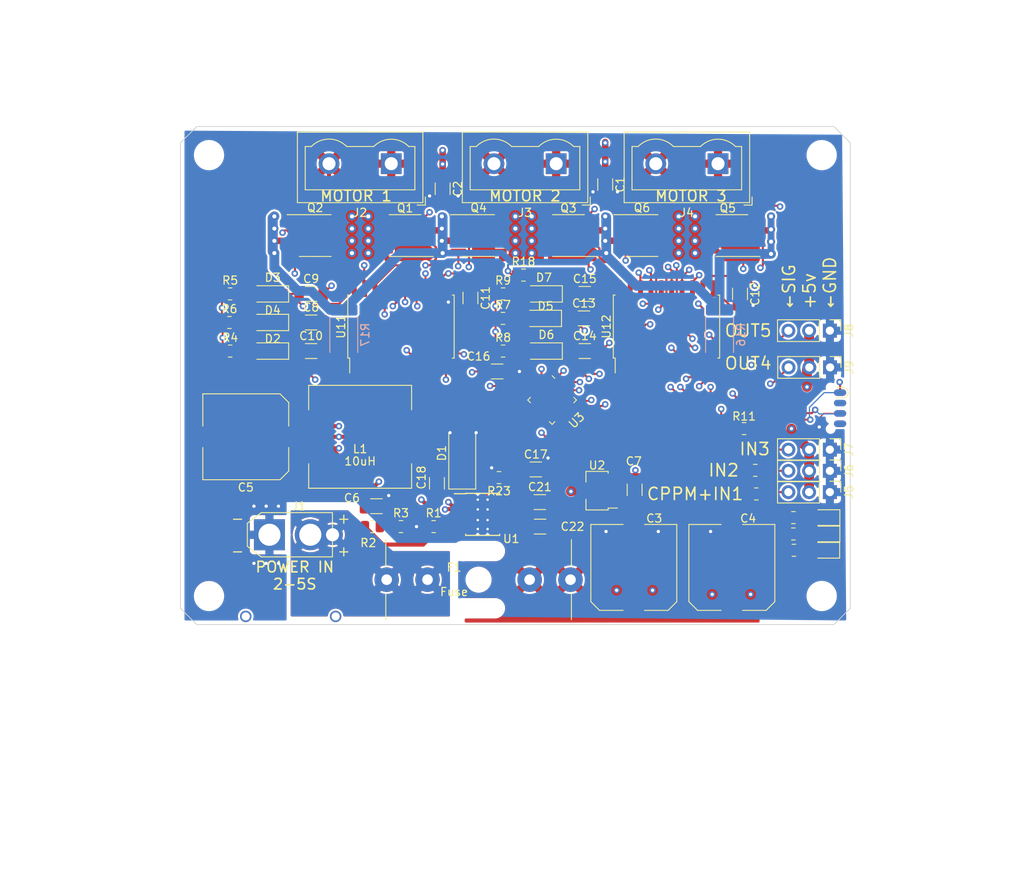
<source format=kicad_pcb>
(kicad_pcb (version 20210126) (generator pcbnew)
  (layers (0 "F.Cu" signal) (1 "In1.Cu" signal) (2 "In2.Cu" signal) (31 "B.Cu" signal) (34 "B.Paste" user) (35 "F.Paste" user) (36 "B.SilkS" user "B.Silkscreen") (37 "F.SilkS" user "F.Silkscreen") (38 "B.Mask" user) (39 "F.Mask" user) (44 "Edge.Cuts" user))
  (net 0 "")
  (net 1 "GND")
  (net 2 "VBAT")
  (net 3 "VBEC")
  (net 4 "VLOGIC")
  (net 5 "/Drivers/M1S1")
  (net 6 "Net-(C8-Pad1)")
  (net 7 "/Drivers/M1S2")
  (net 8 "Net-(C9-Pad1)")
  (net 9 "/Drivers/M2S1")
  (net 10 "Net-(C10-Pad1)")
  (net 11 "/Drivers/M2S2")
  (net 12 "Net-(C13-Pad1)")
  (net 13 "Net-(C14-Pad1)")
  (net 14 "/Drivers/M3S2")
  (net 15 "Net-(C15-Pad1)")
  (net 16 "/Power/REG_SOFTSTART")
  (net 17 "Net-(D2-Pad2)")
  (net 18 "Net-(D3-Pad2)")
  (net 19 "Net-(D4-Pad2)")
  (net 20 "Net-(D5-Pad2)")
  (net 21 "Net-(D6-Pad2)")
  (net 22 "Net-(D7-Pad2)")
  (net 23 "/MCU/BLINKY1")
  (net 24 "/MCU/BLINKY2")
  (net 25 "VBAT_IN_1")
  (net 26 "/Drivers/M3S1")
  (net 27 "Net-(J5-Pad3)")
  (net 28 "Net-(J6-Pad3)")
  (net 29 "Net-(J7-Pad3)")
  (net 30 "/Drivers/M1L1")
  (net 31 "/Drivers/M1H1")
  (net 32 "/Drivers/M1L2")
  (net 33 "/Drivers/M1H2")
  (net 34 "/Drivers/M2L1")
  (net 35 "/Drivers/M2H1")
  (net 36 "/Drivers/M2L2")
  (net 37 "/Drivers/M2H2")
  (net 38 "/Drivers/M3L1")
  (net 39 "/Drivers/M3H1")
  (net 40 "/Drivers/M3L2")
  (net 41 "/Drivers/M3H2")
  (net 42 "Net-(R2-Pad2)")
  (net 43 "/MCU/RXIN1")
  (net 44 "/MCU/RXIN3")
  (net 45 "/MCU/RXIN2")
  (net 46 "/MCU/TXDEBUG")
  (net 47 "/MCU/UPDI")
  (net 48 "/MCU/SERVO1")
  (net 49 "/MCU/SERVO2")
  (net 50 "MOTOR3L2")
  (net 51 "MOTOR1L2")
  (net 52 "MOTOR2H1")
  (net 53 "MOTOR2L1")
  (net 54 "MOTOR2H2")
  (net 55 "MOTOR2L2")
  (net 56 "MOTOR3H1")
  (net 57 "MOTOR3L1")
  (net 58 "MOTOR3H2")
  (net 59 "MOTOR1H2")
  (net 60 "MOTOR1L1")
  (net 61 "MOTOR1H1")
  (net 62 "Net-(C21-Pad2)")
  (net 63 "/Power/REG_BOOT")
  (net 64 "/Power/REG_PH")
  (net 65 "/Power/COMP")
  (net 67 "/Power/REG_SENSE")
  (net 72 "Net-(D8-Pad2)")
  (net 73 "Net-(D9-Pad2)")
  (net 74 "Net-(D10-Pad2)")
  (net 75 "/Drivers/GNDSHUNT")
  (net 76 "CURRENTSENSE")
  (footprint "Capacitor_SMD:C_1206_3216Metric" (layer "F.Cu") (at 134.775 106)
    (fp_text reference "C16")
    (fp_text value "2.2uF 50V")
  )
  (footprint "MountingHole:MountingHole_3.2mm_M3" (layer "F.Cu") (at 174.5 79.5)
    (fp_text reference "REF**" hide)
    (fp_text value "MountingHole_3.2mm_M3")
  )
  (footprint "beetletriple:beetlepower" (layer "F.Cu") (at 107 126)
    (fp_text reference "J1")
    (fp_text value "Power IN")
  )
  (footprint "Connector_PinHeader_2.54mm:PinHeader_1x03_P2.54mm_Vertical" (layer "F.Cu") (at 175.525 105.5 -90)
    (fp_text reference "J9")
    (fp_text value "output_c5")
  )
  (footprint "Capacitor_SMD:C_1206_3216Metric" (layer "F.Cu") (at 140 122)
    (fp_text reference "C21")
    (fp_text value "DNP")
  )
  (footprint "Package_SO:SOIC-8_3.9x4.9mm_P1.27mm" (layer "F.Cu") (at 123.5 89.355 180)
    (fp_text reference "Q1")
    (fp_text value "IRF8313PBF ")
  )
  (footprint "Resistor_SMD:R_0805_2012Metric" (layer "F.Cu") (at 135 119 180)
    (fp_text reference "R23")
    (fp_text value "DNP")
  )
  (footprint "Capacitor_SMD:C_Elec_10x10.2" (layer "F.Cu") (at 163.5 130 90)
    (fp_text reference "C4")
    (fp_text value "220uF")
  )
  (footprint "Capacitor_SMD:C_1206_3216Metric" (layer "F.Cu") (at 145.5 103.5)
    (fp_text reference "C14")
    (fp_text value "2.2uF 50V")
  )
  (footprint "Capacitor_SMD:C_1206_3216Metric" (layer "F.Cu") (at 112 96.5)
    (fp_text reference "C9")
    (fp_text value "2.2uF 50V")
  )
  (footprint "Capacitor_SMD:C_Elec_10x10.2" (layer "F.Cu") (at 151.5 130 90)
    (fp_text reference "C3")
    (fp_text value "220uF")
  )
  (footprint "Resistor_SMD:R_0805_2012Metric" (layer "F.Cu") (at 135.5 103.5)
    (fp_text reference "R8")
    (fp_text value "4.7R")
  )
  (footprint "Package_SO:SOIC-8_3.9x4.9mm_P1.27mm" (layer "F.Cu") (at 163.5 89.355 180)
    (fp_text reference "Q5")
    (fp_text value "IRF8313PBF ")
  )
  (footprint "Resistor_SMD:R_0805_2012Metric" (layer "F.Cu") (at 171.0375 125.9 180)
    (fp_text reference "R15" hide)
    (fp_text value "1.5k")
  )
  (footprint "Resistor_SMD:R_0805_2012Metric" (layer "F.Cu") (at 166.5 121 180)
    (fp_text reference "R10" hide)
    (fp_text value "1.5k")
  )
  (footprint "LED_SMD:LED_0805_2012Metric" (layer "F.Cu") (at 175.0375 123.9 180)
    (fp_text reference "D9" hide)
    (fp_text value "Red")
  )
  (footprint "Package_SO:SOIC-8_3.9x4.9mm_P1.27mm" (layer "F.Cu") (at 143.5 89.355 180)
    (fp_text reference "Q3")
    (fp_text value "IRF8313PBF ")
  )
  (footprint "Diode_SMD:D_SOD-123" (layer "F.Cu") (at 140.5 96.5 180)
    (fp_text reference "D7")
    (fp_text value "1N4148W")
  )
  (footprint "LED_SMD:LED_0805_2012Metric" (layer "F.Cu") (at 175.0125 127.9 180)
    (fp_text reference "D8" hide)
    (fp_text value "Green")
  )
  (footprint "Diode_SMD:D_SMA_Handsoldering" (layer "F.Cu") (at 130.5 116 90)
    (fp_text reference "D1")
    (fp_text value "B340A-13-F")
  )
  (footprint "Resistor_SMD:R_0805_2012Metric" (layer "F.Cu") (at 135.5 96.5)
    (fp_text reference "R9")
    (fp_text value "4.7R")
  )
  (footprint "Package_DFN_QFN:QFN-24-1EP_4x4mm_P0.5mm_EP2.6x2.6mm" (layer "F.Cu") (at 141.5 109.5 -45)
    (fp_text reference "U3")
    (fp_text value "ATtiny1617-M")
  )
  (footprint "Resistor_SMD:R_0805_2012Metric" (layer "F.Cu") (at 119.5 125)
    (fp_text reference "R2")
    (fp_text value "1.5k")
  )
  (footprint "Package_SO:TI_SO-PowerPAD-8_ThermalVias" (layer "F.Cu") (at 133 123.5)
    (fp_text reference "U1")
    (fp_text value "TPS54331DR")
  )
  (footprint "Capacitor_SMD:C_1206_3216Metric" (layer "F.Cu") (at 139.5 118)
    (fp_text reference "C17")
    (fp_text value "10nF")
  )
  (footprint "Capacitor_SMD:C_1206_3216Metric" (layer "F.Cu") (at 120 122.5)
    (fp_text reference "C6")
    (fp_text value "10uF 50V")
  )
  (footprint "Resistor_SMD:R_0805_2012Metric" (layer "F.Cu") (at 135.4875 99.5)
    (fp_text reference "R7")
    (fp_text value "4.7R")
  )
  (footprint "MountingHole:MountingHole_3.2mm_M3" (layer "F.Cu") (at 99.5 79.5)
    (fp_text reference "REF**" hide)
    (fp_text value "MountingHole_3.2mm_M3")
  )
  (footprint "Capacitor_SMD:C_1206_3216Metric" (layer "F.Cu") (at 151.6 120.5 -90)
    (fp_text reference "C7")
    (fp_text value "10uF 50V")
  )
  (footprint "Resistor_SMD:R_0805_2012Metric" (layer "F.Cu") (at 166.37 118.11 180)
    (fp_text reference "R12" hide)
    (fp_text value "1.5k")
  )
  (footprint "TerminalBlock:TerminalBlock_Wuerth_691311400102_P7.62mm" (layer "F.Cu") (at 121.81 80.55 180)
    (fp_text reference "J2")
    (fp_text value "motor_out")
  )
  (footprint "Resistor_SMD:R_0805_2012Metric" (layer "F.Cu") (at 102.0875 103.5)
    (fp_text reference "R4")
    (fp_text value "4.7R")
  )
  (footprint "Capacitor_SMD:C_1206_3216Metric" (layer "F.Cu") (at 127.4 119.7 -90)
    (fp_text reference "C18")
    (fp_text value "0.1uF")
  )
  (footprint "Resistor_SMD:R_0805_2012Metric" (layer "F.Cu") (at 165 113 180)
    (fp_text reference "R11")
    (fp_text value "1.5k")
  )
  (footprint "Resistor_SMD:R_0805_2012Metric" (layer "F.Cu") (at 123 125)
    (fp_text reference "R3")
    (fp_text value "100R")
  )
  (footprint "TerminalBlock:TerminalBlock_Wuerth_691311400102_P7.62mm" (layer "F.Cu") (at 161.81 80.55 180)
    (fp_text reference "J4")
    (fp_text value "motor_out")
  )
  (footprint "Resistor_SMD:R_0805_2012Metric" (layer "F.Cu") (at 171.1 127.9 180)
    (fp_text reference "R13" hide)
    (fp_text value "1.5k")
  )
  (footprint "Capacitor_SMD:C_1206_3216Metric" (layer "F.Cu") (at 131.5 97 -90)
    (fp_text reference "C11")
    (fp_text value "2.2uF 50V")
  )
  (footprint "Resistor_SMD:R_0805_2012Metric" (layer "F.Cu") (at 102.0875 96.5)
    (fp_text reference "R5")
    (fp_text value "4.7R")
  )
  (footprint "Package_SO:SOIC-20W_7.5x12.8mm_P1.27mm" (layer "F.Cu") (at 123 100.5 90)
    (fp_text reference "U11")
    (fp_text value "FAN7388MX")
  )
  (footprint "Capacitor_SMD:C_1206_3216Metric" (layer "F.Cu") (at 128.1 83.625 -90)
    (fp_text reference "C2")
    (fp_text value "10uF 50V")
  )
  (footprint "Capacitor_SMD:C_1206_3216Metric" (layer "F.Cu") (at 112 100)
    (fp_text reference "C8")
    (fp_text value "2.2uF 50V")
  )
  (footprint "Package_SO:SOIC-8_3.9x4.9mm_P1.27mm" (layer "F.Cu") (at 132.5 89.355)
    (fp_text reference "Q4")
    (fp_text value "IRF8313PBF ")
  )
  (footprint "Diode_SMD:D_SOD-123" (layer "F.Cu") (at 140.4 99.5 180)
    (fp_text reference "D5")
    (fp_text value "1N4148W")
  )
  (footprint "Resistor_SMD:R_0805_2012Metric" (layer "F.Cu") (at 127 125)
    (fp_text reference "R1")
    (fp_text value "10k")
  )
  (footprint "LED_SMD:LED_0805_2012Metric" (layer "F.Cu") (at 175.0375 125.9 180)
    (fp_text reference "D10" hide)
    (fp_text value "Orange")
  )
  (footprint "Capacitor_SMD:C_1206_3216Metric" (layer "F.Cu") (at 145.4 99.5)
    (fp_text reference "C13")
    (fp_text value "2.2uF 50V")
  )
  (footprint "Diode_SMD:D_SOD-123" (layer "F.Cu") (at 140.5 103.5 180)
    (fp_text reference "D6")
    (fp_text value "1N4148W")
  )
  (footprint "Connector_PinHeader_2.54mm:PinHeader_1x03_P2.54mm_Vertical" (layer "F.Cu") (at 175.5 118.1735 -90)
    (fp_text reference "J6")
    (fp_text value "input_c2")
  )
  (footprint "Resistor_SMD:R_0805_2012Metric" (layer "F.Cu") (at 138 94.2)
    (fp_text reference "R18")
    (fp_text value "1.5k")
  )
  (footprint "Capacitor_SMD:C_Elec_10x10.2" (layer "F.Cu") (at 104 114 180)
    (fp_text reference "C5")
    (fp_text value "220uF")
  )
  (footprint "Capacitor_SMD:C_1206_3216Metric" (layer "F.Cu") (at 145.5 96.5)
    (fp_text reference "C15")
    (fp_text value "2.2uF 50V")
  )
  (footprint "Capacitor_SMD:C_1206_3216Metric" (layer "F.Cu") (at 112 103.5)
    (fp_text reference "C10")
    (fp_text value "2.2uF 50V")
  )
  (footprint "MountingHole:MountingHole_3.2mm_M3" (layer "F.Cu") (at 99.5 133.5)
    (fp_text reference "REF**" hide)
    (fp_text value "MountingHole_3.2mm_M3")
  )
  (footprint "Package_SO:SOIC-20W_7.5x12.8mm_P1.27mm" (layer "F.Cu") (at 155.5 100.5 90)
    (fp_text reference "U12")
    (fp_text value "FAN7388MX")
  )
  (footprint "Diode_SMD:D_SOD-123" (layer "F.Cu") (at 107 103.5 180)
    (fp_text reference "D2")
    (fp_text value "1N4148W")
  )
  (footprint "Capacitor_SMD:C_1206_3216Metric" (layer "F.Cu") (at 164.5 96.5 -90)
    (fp_text reference "C12")
    (fp_text value "2.2uF 50V")
  )
  (footprint "beetletriple:fuseholder_flexible" (layer "F.Cu") (at 121.25 131.5)
    (fp_text reference "F1")
    (fp_text value "20mmx5 fuse holder")
  )
  (footprint "TerminalBlock:TerminalBlock_Wuerth_691311400102_P7.62mm" (layer "F.Cu") (at 142 80.55 180)
    (fp_text reference "J3")
    (fp_text value "motor_out")
  )
  (footprint "Connector_PinHeader_2.54mm:PinHeader_1x03_P2.54mm_Vertical" (layer "F.Cu") (at 175.5 120.777 -90)
    (fp_text reference "J5")
    (fp_text value "input_c1")
  )
  (footprint "Capacitor_SMD:C_1206_3216Metric" (layer "F.Cu") (at 148 83.1 -90)
    (fp_text reference "C1")
    (fp_text value "10uF 50V")
  )
  (footprint "Resistor_SMD:R_0805_2012Metric" (layer "F.Cu") (at 171.0375 123.9 180)
    (fp_text reference "R14" hide)
    (fp_text value "1.5k")
  )
  (footprint "Diode_SMD:D_SOD-123" (layer "F.Cu") (at 107 100 180)
    (fp_text reference "D4")
    (fp_text value "1N4148W")
  )
  (footprint "Resistor_SMD:R_0805_2012Metric" (layer "F.Cu") (at 102 100)
    (fp_text reference "R6")
    (fp_text value "4.7R")
  )
  (footprint "Package_SO:SOIC-8_3.9x4.9mm_P1.27mm" (layer "F.Cu") (at 112.5 89.355)
    (fp_text reference "Q2")
    (fp_text value "IRF8313PBF ")
  )
  (footprint "Capacitor_SMD:C_1206_3216Metric" (layer "F.Cu") (at 140.025 125)
    (fp_text reference "C22")
    (fp_text value "DNP")
  )
  (footprint "Connector_PinHeader_2.54mm:PinHeader_1x03_P2.54mm_Vertical" (layer "F.Cu") (at 175.5 101 -90)
    (fp_text reference "J8")
    (fp_text value "output_c4")
  )
  (footprint "Package_TO_SOT_SMD:SOT-89-3" (layer "F.Cu") (at 147.3 120.6 180)
    (fp_text reference "U2")
    (fp_text value "HT7550-1")
  )
  (footprint "Inductor_SMD:L_12x12mm_H4.5mm" (layer "F.Cu") (at 118 114 180)
    (fp_text reference "L1")
    (fp_text value "10uH")
  )
  (footprint "Connector_PinHeader_2.54mm:PinHeader_1x03_P2.54mm_Vertical" (layer "F.Cu") (at 175.5 115.57 -90)
    (fp_text reference "J7")
    (fp_text value "input_c3")
  )
  (footprint "MountingHole:MountingHole_3.2mm_M3" (layer "F.Cu") (at 174.5 133.5)
    (fp_text reference "REF**" hide)
    (fp_text value "MountingHole_3.2mm_M3")
  )
  (footprint "beetletriple:SOIC_clipProgSmall" (layer "F.Cu") (at 177.5 110.5 90)
    (fp_text reference "J10" hide)
    (fp_text value "soicbite programming connector" hide)
  )
  (footprint "Package_SO:SOIC-8_3.9x4.9mm_P1.27mm" (layer "F.Cu") (at 152.5 89.355)
    (fp_text reference "Q6")
    (fp_text value "IRF8313PBF ")
  )
  (footprint "Diode_SMD:D_SOD-123" (layer "F.Cu") (at 107 96.5 180)
    (fp_text reference "D3")
    (fp_text value "1N4148W")
  )
  (footprint "Resistor_SMD:R_2512_6332Metric_Pad1.40x3.35mm_HandSolder" (layer "B.Cu") (at 162 101.5 90)
    (fp_text reference "R16")
    (fp_text value "0.01R shunt")
  )
  (footprint "Resistor_SMD:R_2512_6332Metric_Pad1.40x3.35mm_HandSolder" (layer "B.Cu") (at 116 101.5 90)
    (fp_text reference "R17")
    (fp_text value "0.01R shunt")
  )
  (gr_poly (pts (xy 96 135) (xy 98 137) (xy 176 137) (xy 177 136) (xy 178 135) (xy 178 78) (xy 176 76) (xy 98 76) (xy 96 78)) (layer "Edge.Cuts") (width 0.1) (fill none))
  (gr_text "OUT4" (at 165.5 105) (layer "F.SilkS") (effects (font (size 1.5 1.5) (thickness 0.2))))
  (gr_text "OUT5" (at 165.5 101) (layer "F.SilkS") (effects (font (size 1.5 1.5) (thickness 0.2))))
  (gr_text "←SIG" (at 170.5 98.5 90) (layer "F.SilkS") (effects (font (size 1.5 1.5) (thickness 0.2)) (justify left)))
  (gr_text "←GND" (at 175.5 98.5 90) (layer "F.SilkS") (effects (font (size 1.5 1.5) (thickness 0.2)) (justify left)))
  (gr_text "IN3" (at 166.3 115.5) (layer "F.SilkS") (effects (font (size 1.5 1.5) (thickness 0.2))))
  (gr_text "Fuse" (at 129.5 133) (layer "F.SilkS") (effects (font (size 1 1))))
  (gr_text "MOTOR 2" (at 138.18 84.5) (layer "F.SilkS") (effects (font (size 1.3 1.3) (thickness 0.2))))
  (gr_text "CPPM+IN1" (at 159 121) (layer "F.SilkS") (effects (font (size 1.5 1.5) (thickness 0.2))))
  (gr_text "+5v" (at 173 98.5 90) (layer "F.SilkS") (effects (font (size 1.5 1.5) (thickness 0.2)) (justify left)))
  (gr_text "MOTOR 3" (at 158.5 84.5) (layer "F.SilkS") (effects (font (size 1.3 1.3) (thickness 0.2))))
  (gr_text "MOTOR 1" (at 117.5 84.5) (layer "F.SilkS") (effects (font (size 1.3 1.3) (thickness 0.2))))
  (gr_text "IN2" (at 162.5 118.1) (layer "F.SilkS") (effects (font (size 1.5 1.5) (thickness 0.2))))
  (gr_text "POWER IN\n2-5S" (at 110 131) (layer "F.SilkS") (effects (font (size 1.3 1.3) (thickness 0.2))))
  (segment (start 128 85.2) (end 128.1 85.1) (width 0.8) (layer "F.Cu") (net 1))
  (segment (start 129.4 85.1) (end 130 84.5) (width 0.8) (layer "F.Cu") (net 1))
  (segment (start 121.475 122.5) (end 121.475 121.225) (width 0.5) (layer "F.Cu") (net 1))
  (segment (start 141.5 125) (end 142.1 125.6) (width 0.8) (layer "F.Cu") (net 1))
  (segment (start 148.925 84.575) (end 149.5 84) (width 0.5) (layer "F.Cu") (net 1))
  (segment (start 130.3 125.405) (end 132.295 125.405) (width 0.5) (layer "F.Cu") (net 1))
  (segment (start 123.9125 125) (end 124.9 125) (width 0.5) (layer "F.Cu") (net 1))
  (segment (start 133.5 119.5875) (end 133.5 121.6) (width 0.25) (layer "F.Cu") (net 1))
  (segment (start 151.5 125.6) (end 151.5 122.075) (width 0.8) (layer "F.Cu") (net 1))
  (segment (start 136.25 106) (end 136.48111 106.23111) (width 0.25) (layer "F.Cu") (net 1))
  (segment (start 151.475 122.1) (end 151.6 121.975) (width 0.8) (layer "F.Cu") (net 1))
  (segment (start 174.2 111.7) (end 174.2 112.8) (width 0.15) (layer "F.Cu") (net 1))
  (segment (start 137.5 106) (end 138.353553 106) (width 0.25) (layer "F.Cu") (net 1))
  (segment (start 176.75 111.135) (end 174.765 111.135) (width 0.15) (layer "F.Cu") (net 1))
  (segment (start 134.0875 119) (end 134.0875 117.8125) (width 0.25) (layer "F.Cu") (net 1))
  (segment (start 174.765 111.135) (end 174.2 111.7) (width 0.15) (layer "F.Cu") (net 1))
  (segment (start 134.0875 119) (end 133.5 119.5875) (width 0.25) (layer "F.Cu") (net 1))
  (segment (start 147.075 84.575) (end 146.5 84) (width 0.5) (layer "F.Cu") (net 1))
  (segment (start 140.975 116.625) (end 141 116.6) (width 0.25) (layer "F.Cu") (net 1))
  (segment (start 123.9125 123.9125) (end 123.9125 125) (width 0.5) (layer "F.Cu") (net 1))
  (segment (start 175.975 127.875) (end 175.95 127.9) (width 0.25) (layer "F.Cu") (net 1))
  (segment (start 128.875 95.85) (end 128.715 95.85) (width 0.25) (layer "F.Cu") (net 1))
  (segment (start 134.0875 117.8125) (end 134.1 117.8) (width 0.25) (layer "F.Cu") (net 1))
  (segment (start 128.715 97.415) (end 128.8 97.5) (width 0.25) (layer "F.Cu") (net 1))
  (segment (start 174.3375 130.1) (end 175.95 128.4875) (width 0.25) (layer "F.Cu") (net 1))
  (segment (start 166.025 97.975) (end 166.1 97.9) (width 0.25) (layer "F.Cu") (net 1))
  (segment (start 175.975 125.9) (end 175.975 127.875) (width 0.25) (layer "F.Cu") (net 1))
  (segment (start 140.975 118) (end 140.975 116.625) (width 0.25) (layer "F.Cu") (net 1))
  (segment (start 151.5 122.075) (end 151.6 121.975) (width 0.8) (layer "F.Cu") (net 1))
  (segment (start 121.475 122.5) (end 122.5 122.5) (width 0.5) (layer "F.Cu") (net 1))
  (segment (start 175.975 123.9) (end 175.975 125.9) (width 0.25) (layer "F.Cu") (net 1))
  (segment (start 130.5 113.5) (end 132.2 113.5) (width 0.5) (layer "F.Cu") (net 1))
  (segment (start 148.95 122.1) (end 151.475 122.1) (width 0.8) (layer "F.Cu") (net 1))
  (segment (start 128.1 85.1) (end 129.4 85.1) (width 0.8) (layer "F.Cu") (net 1))
  (segment (start 128.715 95.85) (end 128.715 97.415) (width 0.25) (layer "F.Cu") (net 1))
  (segment (start 148 84.575) (end 147.075 84.575) (width 0.5) (layer "F.Cu") (net 1))
  (segment (start 121.475 121.225) (end 121.5 121.2) (width 0.5) (layer "F.Cu") (net 1))
  (segment (start 148 84.575) (end 148.925 84.575) (width 0.5) (layer "F.Cu") (net 1))
  (segment (start 140.306757 107.953204) (end 141.5 109.146447) (width 0.25) (layer "F.Cu") (net 1))
  (segment (start 175.95 128.4875) (end 175.95 127.9) (width 0.25) (layer "F.Cu") (net 1))
  (segment (start 128.1 85.1) (end 127.1 85.1) (width 0.8) (layer "F.Cu") (net 1))
  (segment (start 151.5 125.6) (end 163.5 125.6) (width 0.8) (layer "F.Cu") (net 1))
  (segment (start 174.3375 130.1) (end 168 130.1) (width 0.25) (layer "F.Cu") (net 1))
  (segment (start 133.5 121.6) (end 133.6 121.7) (width 0.25) (layer "F.Cu") (net 1))
  (segment (start 132.295 125.405) (end 132.4 125.3) (width 0.5) (layer "F.Cu") (net 1))
  (segment (start 141.5 109.146447) (end 141.5 109.5) (width 0.25) (layer "F.Cu") (net 1))
  (segment (start 161.215 95.85) (end 163.34 97.975) (width 0.25) (layer "F.Cu") (net 1))
  (segment (start 122.5 122.5) (end 123.9125 123.9125) (width 0.5) (layer "F.Cu") (net 1))
  (segment (start 163.34 97.975) (end 164.5 97.975) (width 0.25) (layer "F.Cu") (net 1))
  (segment (start 138.353553 106) (end 140.306757 107.953204) (width 0.25) (layer "F.Cu") (net 1))
  (segment (start 131.5 98.475) (end 128.875 95.85) (width 0.25) (layer "F.Cu") (net 1))
  (segment (start 130.5 113.5) (end 129 113.5) (width 0.5) (layer "F.Cu") (net 1))
  (segment (start 127.1 85.1) (end 126.5 84.5) (width 0.8) (layer "F.Cu") (net 1))
  (segment (start 136.25 106) (end 137.5 106) (width 0.25) (layer "F.Cu") (net 1))
  (segment (start 164.5 97.975) (end 166.025 97.975) (width 0.25) (layer "F.Cu") (net 1))
  (segment (start 168 130.1) (end 163.5 125.6) (width 0.25) (layer "F.Cu") (net 1))
  (segment (start 142.1 125.6) (end 151.5 125.6) (width 0.8) (layer "F.Cu") (net 1))
  (via (at 148.1 125.6) (size 0.8) (drill 0.4) (layers "F.Cu" "B.Cu") (net 1))
  (via (at 134.1 117.8) (size 0.8) (drill 0.4) (layers "F.Cu" "B.Cu") (net 1))
  (via (at 124.9 125) (size 0.8) (drill 0.4) (layers "F.Cu" "B.Cu") (net 1))
  (via (at 166.1 97.9) (size 0.8) (drill 0.4) (layers "F.Cu" "B.Cu") (net 1))
  (via (at 160.9 125.6) (size 0.8) (drill 0.4) (layers "F.Cu" "B.Cu") (net 1))
  (via (at 121.5 121.2) (size 0.8) (drill 0.4) (layers "F.Cu" "B.Cu") (net 1))
  (via (at 149.5 84) (size 0.8) (drill 0.4) (layers "F.Cu" "B.Cu") (net 1))
  (via (at 126.5 84.5) (size 0.8) (drill 0.4) (layers "F.Cu" "B.Cu") (net 1))
  (via (at 128.8 97.5) (size 0.8) (drill 0.4) (layers "F.Cu" "B.Cu") (net 1))
  (via (at 130 84.5) (size 0.8) (drill 0.4) (layers "F.Cu" "B.Cu") (net 1))
  (via (at 132.2 113.5) (size 0.8) (drill 0.4) (layers "F.Cu" "B.Cu") (net 1))
  (via (at 105 122.5) (size 0.8) (drill 0.4) (layers "F.Cu" "B.Cu") (net 1))
  (via (at 154.5 125.6) (size 0.8) (drill 0.4) (layers "F.Cu" "B.Cu") (net 1))
  (via (at 141 116.6) (size 0.8) (drill 0.4) (layers "F.Cu" "B.Cu") (net 1))
  (via (at 146.5 84) (size 0.8) (drill 0.4) (layers "F.Cu" "B.Cu") (net 1))
  (via (at 108 122.5) (size 0.8) (drill 0.4) (layers "F.Cu" "B.Cu") (net 1))
  (via (at 174.2 112.8) (size 0.8) (drill 0.4) (layers "F.Cu" "B.Cu") (net 1))
  (via (at 129 113.5) (size 0.8) (drill 0.4) (layers "F.Cu" "B.Cu") (net 1))
  (via (at 105 129.5) (size 0.8) (drill 0.4) (layers "F.Cu" "B.Cu") (net 1))
  (via (at 106.5 129.5) (size 0.8) (drill 0.4) (layers "F.Cu" "B.Cu") (net 1))
  (via (at 108 129.5) (size 0.8) (drill 0.4) (layers "F.Cu" "B.Cu") (net 1))
  (via (at 137.5 106) (size 0.8) (drill 0.4) (layers "F.Cu" "B.Cu") (net 1))
  (via (at 106.5 122.5) (size 0.8) (drill 0.4) (layers "F.Cu" "B.Cu") (net 1))
  (segment (start 134.575 103.4875) (end 134.5875 103.5) (width 0.25) (layer "F.Cu") (net 2))
  (segment (start 134.5875 99.4875) (end 134.575 99.5) (width 0.25) (layer "F.Cu") (net 2))
  (segment (start 128.5 94) (end 128.6 94) (width 0.25) (layer "F.Cu") (net 2))
  (segment (start 128.8 94) (end 129.975 94) (width 0.25) (layer "F.Cu") (net 2))
  (segment (start 129.975 94) (end 131.5 95.525) (width 0.25) (layer "F.Cu") (net 2))
  (segment (start 129.665 122.865) (end 128.8 122) (width 0.5) (layer "F.Cu") (net 2))
  (segment (start 134.575 99.5) (end 134.575 103.4875) (width 0.25) (layer "F.Cu") (net 2))
  (segment (start 159.945 95.85) (end 159.945 94.825) (width 0.25) (layer "F.Cu") (net 2))
  (segment (start 101.175 100.0875) (end 101.0875 100) (width 0.25) (layer "F.Cu") (net 2))
  (segment (start 163.775 94.3) (end 164.5 95.025) (width 0.25) (layer "F.Cu") (net 2))
  (segment (start 148 81.625) (end 148 77.9) (width 0.8) (layer "F.Cu") (net 2))
  (segment (start 134.5875 98.1125) (end 134.5875 99.4875) (width 0.25) (layer "F.Cu") (net 2))
  (segment (start 101.0875 100) (end 101.0875 96.5875) (width 0.25) (layer "F.Cu") (net 2))
  (segment (start 130.3 122.865) (end 128.435 122.865) (width 0.5) (layer "F.Cu") (net 2))
  (segment (start 165.825 95.025) (end 166.3 95.5) (width 0.25) (layer "F.Cu") (net 2))
  (segment (start 128.1 82.15) (end 128.1 80.6) (width 0.8) (layer "F.Cu") (net 2))
  (segment (start 164.5 95.025) (end 165.825 95.025) (width 0.25) (layer "F.Cu") (net 2))
  (segment (start 128.1 80.6) (end 128.1 78.9) (width 0.8) (layer "F.Cu") (net 2))
  (segment (start 101.175 103.5) (end 101.175 100.0875) (width 0.25) (layer "F.Cu") (net 2))
  (segment (start 134.5875 97.9875) (end 134.5875 98.1125) (width 0.25) (layer "F.Cu") (net 2))
  (segment (start 127.445 95.055) (end 128.5 94) (width 0.25) (layer "F.Cu") (net 2))
  (segment (start 160.47 94.3) (end 163.775 94.3) (width 0.25) (layer "F.Cu") (net 2))
  (segment (start 159.945 94.825) (end 160.47 94.3) (width 0.25) (layer "F.Cu") (net 2))
  (segment (start 134.5875 96.5) (end 134.5875 97.9875) (width 0.25) (layer "F.Cu") (net 2))
  (segment (start 128.435 122.865) (end 128.4 122.9) (width 0.5) (layer "F.Cu") (net 2))
  (segment (start 101.0875 96.5875) (end 101.175 96.5) (width 0.25) (layer "F.Cu") (net 2))
  (segment (start 128.6 94) (end 128.8 94) (width 0.25) (layer "F.Cu") (net 2))
  (segment (start 127.445 95.85) (end 127.445 95.055) (width 0.25) (layer "F.Cu") (net 2))
  (segment (start 130.3 122.865) (end 129.665 122.865) (width 0.5) (layer "F.Cu") (net 2))
  (via (at 119 88.5) (size 1) (drill 0.5) (layers "F.Cu" "B.Cu") (net 2))
  (via (at 153.8 132.8) (size 0.8) (drill 0.4) (layers "F.Cu" "B.Cu") (net 2))
  (via (at 159 88.5) (size 1) (drill 0.5) (layers "F.Cu" "B.Cu") (net 2))
  (via (at 137 91.5) (size 1) (drill 0.5) (layers "F.Cu" "B.Cu") (net 2))
  (via (at 148 78) (size 0.8) (drill 0.4) (layers "F.Cu" "B.Cu") (net 2))
  (via (at 139 87) (size 1) (drill 0.5) (layers "F.Cu" "B.Cu") (net 2))
  (via (at 101.0875 98.2125) (size 0.8) (drill 0.4) (layers "F.Cu" "B.Cu") (net 2))
  (via (at 119 91.5) (size 1) (drill 0.5) (layers "F.Cu" "B.Cu") (net 2))
  (via (at 159 91.5) (size 1) (drill 0.5) (layers "F.Cu" "B.Cu") (net 2))
  (via (at 165.8 133.3) (size 0.8) (drill 0.4) (layers "F.Cu" "B.Cu") (net 2))
  (via (at 137 90) (size 1) (drill 0.5) (layers "F.Cu" "B.Cu") (net 2))
  (via (at 157 87) (size 1) (drill 0.5) (layers "F.Cu" "B.Cu") (net 2))
  (via (at 117 88.5) (size 1) (drill 0.5) (layers "F.Cu" "B.Cu") (net 2))
  (via (at 128.4 122.9) (size 0.8) (drill 0.4) (layers "F.Cu" "B.Cu") (net 2))
  (via (at 128.8 94) (size 0.8) (drill 0.4) (layers "F.Cu" "B.Cu") (net 2))
  (via (at 128.8 122) (size 0.8) (drill 0.4) (layers "F.Cu" "B.Cu") (net 2))
  (via (at 157 88.5) (size 1) (drill 0.5) (layers "F.Cu" "B.Cu") (net 2))
  (via (at 134.575 101.125) (size 0.8) (drill 0.4) (layers "F.Cu" "B.Cu") (net 2))
  (via (at 166.3 95.5) (size 0.8) (drill 0.4) (layers "F.Cu" "B.Cu") (net 2))
  (via (at 101.175 101.875) (size 0.8) (drill 0.4) (layers "F.Cu" "B.Cu") (net 2))
  (via (at 157 91.5) (size 1) (drill 0.5) (layers "F.Cu" "B.Cu") (net 2))
  (via (at 139 91.5) (size 1) (drill 0.5) (layers "F.Cu" "B.Cu") (net 2))
  (via (at 148 80.3) (size 0.8) (drill 0.4) (layers "F.Cu" "B.Cu") (net 2))
  (via (at 137 88.5) (size 1) (drill 0.5) (layers "F.Cu" "B.Cu") (net 2))
  (via (at 159 90) (size 1) (drill 0.5) (layers "F.Cu" "B.Cu") (net 2))
  (via (at 117 90) (size 1) (drill 0.5) (layers "F.Cu" "B.Cu") (net 2))
  (via (at 149.4 132.8) (size 0.8) (drill 0.4) (layers "F.Cu" "B.Cu") (net 2))
  (via (at 137 87) (size 1) (drill 0.5) (layers "F.Cu" "B.Cu") (net 2))
  (via (at 119 90) (size 1) (drill 0.5) (layers "F.Cu" "B.Cu") (net 2))
  (via (at 128.1 80.6) (size 0.8) (drill 0.4) (layers "F.Cu" "B.Cu") (net 2))
  (via (at 159 87) (size 1) (drill 0.5) (layers "F.Cu" "B.Cu") (net 2))
  (via (at 134.5875 97.9875) (size 0.8) (drill 0.4) (layers "F.Cu" "B.Cu") (net 2))
  (via (at 139 90) (size 1) (drill 0.5) (layers "F.Cu" "B.Cu") (net 2))
  (via (at 117 87) (size 1) (drill 0.5) (layers "F.Cu" "B.Cu") (net 2))
  (via (at 139 88.5) (size 1) (drill 0.5) (layers "F.Cu" "B.Cu") (net 2))
  (via (at 117 91.5) (size 1) (drill 0.5) (layers "F.Cu" "B.Cu") (net 2))
  (via (at 161.1 133.3) (size 0.8) (drill 0.4) (layers "F.Cu" "B.Cu") (net 2))
  (via (at 128.1 78.9) (size 0.8) (drill 0.4) (layers "F.Cu" "B.Cu") (net 2))
  (via (at 157 90) (size 1) (drill 0.5) (layers "F.Cu" "B.Cu") (net 2))
  (via (at 119 87) (size 1) (drill 0.5) (layers "F.Cu" "B.Cu") (net 2))
  (segment (start 172.7 105.785) (end 172.985 105.5) (width 1.2) (layer "F.Cu") (net 3))
  (segment (start 108.4 114) (end 113.05 114) (width 1.2) (layer "F.Cu") (net 3))
  (segment (start 172.96 115.57) (end 172.96 118.1735) (width 1.2) (layer "F.Cu") (net 3))
  (segment (start 172.96 118.1735) (end 172.96 120.777) (width 1.2) (layer "F.Cu") (net 3))
  (segment (start 116.6 114) (end 115.4 114) (width 0.5) (layer "F.Cu") (net 3))
  (segment (start 126.0875 125) (end 126.0875 123.4875) (width 0.5) (layer "F.Cu") (net 3))
  (segment (start 115.4 114) (end 113.05 114) (width 0.5) (layer "F.Cu") (net 3))
  (segment (start 126.0875 122.2875) (end 125.5 121.7) (width 0.5) (layer "F.Cu") (net 3))
  (segment (start 126.0875 123.4875) (end 116.6 114) (width 0.5) (layer "F.Cu") (net 3))
  (segment (start 172.96 101) (end 172.96 105.475) (width 1.2) (layer "F.Cu") (net 3))
  (segment (start 170.8 113.41) (end 172.96 115.57) (width 1.2) (layer "F.Cu") (net 3))
  (segment (start 118.525 122.5) (end 118.525 121.275) (width 0.5) (layer "F.Cu") (net 3))
  (segment (start 115.4 112.7) (end 114.35 112.7) (width 0.5) (layer "F.Cu") (net 3))
  (segment (start 143.9 120.6) (end 143.8 120.7) (width 1.2) (layer "F.Cu") (net 3))
  (segment (start 148.8625 120.6) (end 143.9 120.6) (width 1.2) (layer "F.Cu") (net 3))
  (segment (start 170.8 113) (end 170.8 113.41) (width 1.2) (layer "F.Cu") (net 3))
  (segment (start 172.7 107.9) (end 172.7 105.785) (width 1.2) (layer "F.Cu") (net 3))
  (segment (start 126.0875 125) (end 126.0875 122.2875) (width 0.5) (layer "F.Cu") (net 3))
  (segment (start 115.4 115.4) (end 114.45 115.4) (width 0.5) (layer "F.Cu") (net 3))
  (segment (start 114.35 112.7) (end 113.05 114) (width 0.5) (layer "F.Cu") (net 3))
  (segment (start 118.525 121.275) (end 120.3 119.5) (width 0.5) (layer "F.Cu") (net 3))
  (segment (start 118.525 119.475) (end 113.05 114) (width 0.5) (layer "F.Cu") (net 3))
  (segment (start 118.525 122.5) (end 118.525 119.475) (width 0.5) (layer "F.Cu") (net 3))
  (segment (start 172.96 105.475) (end 172.985 105.5) (width 1.2) (layer "F.Cu") (net 3))
  (segment (start 114.45 115.4) (end 113.05 114) (width 0.5) (layer "F.Cu") (net 3))
  (via (at 143.8 120.7) (size 0.8) (drill 0.4) (layers "F.Cu" "B.Cu") (net 3))
  (via (at 172.7 107.9) (size 0.8) (drill 0.4) (layers "F.Cu" "B.Cu") (net 3))
  (via (at 125.5 121.7) (size 0.8) (drill 0.4) (layers "F.Cu" "B.Cu") (net 3))
  (via (at 115.4 114) (size 0.8) (drill 0.4) (layers "F.Cu" "B.Cu") (net 3))
  (via (at 170.8 113) (size 0.8) (drill 0.4) (layers "F.Cu" "B.Cu") (net 3))
  (via (at 120.3 119.5) (size 0.8) (drill 0.4) (layers "F.Cu" "B.Cu") (net 3))
  (via (at 115.4 115.4) (size 0.8) (drill 0.4) (layers "F.Cu" "B.Cu") (net 3))
  (via (at 115.4 112.7) (size 0.8) (drill 0.4) (layers "F.Cu" "B.Cu") (net 3))
  (segment (start 138.946447 107.3) (end 134.6 107.3) (width 0.25) (layer "F.Cu") (net 4))
  (segment (start 148.95 119.1) (end 148.2 119.1) (width 0.8) (layer "F.Cu") (net 4))
  (segment (start 164.1632 122.6) (end 155.175 122.6) (width 0.25) (layer "F.Cu") (net 4))
  (segment (start 168.8 127.3) (end 168.8 127.2368) (width 0.25) (layer "F.Cu") (net 4))
  (segment (start 169.4 127.9) (end 168.8 127.3) (width 0.25) (layer "F.Cu") (net 4))
  (segment (start 140.2 113.5) (end 144.6 117.9) (width 0.25) (layer "F.Cu") (net 4))
  (segment (start 134.6 107.3) (end 133.3 106) (width 0.25) (layer "F.Cu") (net 4))
  (segment (start 155.175 122.6) (end 151.6 119.025) (width 0.25) (layer "F.Cu") (net 4))
  (segment (start 148.2 119.1) (end 147 117.9) (width 0.8) (layer "F.Cu") (net 4))
  (segment (start 151.6 118.2) (end 151.7 118.1) (width 0.25) (layer "F.Cu") (net 4))
  (segment (start 148.95 119.1) (end 151.525 119.1) (width 0.8) (layer "F.Cu") (net 4))
  (segment (start 133.3 106) (end 131.8 106) (width 0.25) (layer "F.Cu") (net 4))
  (segment (start 144.6 117.9) (end 147 117.9) (width 0.25) (layer "F.Cu") (net 4))
  (segment (start 131.8 106) (end 131.7 106.1) (width 0.25) (layer "F.Cu") (net 4))
  (segment (start 139.953204 108.306757) (end 138.946447 107.3) (width 0.25) (layer "F.Cu") (net 4))
  (segment (start 151.6 119.025) (end 151.6 118.2) (width 0.25) (layer "F.Cu") (net 4))
  (segment (start 170.1875 127.9) (end 169.4 127.9) (width 0.25) (layer "F.Cu") (net 4))
  (segment (start 168.8 127.2368) (end 164.1632 122.6) (width 0.25) (layer "F.Cu") (net 4))
  (segment (start 176.75 108.595) (end 176.75 107.35) (width 0.25) (layer "F.Cu") (net 4))
  (segment (start 151.525 119.1) (end 151.6 119.025) (width 0.8) (layer "F.Cu") (net 4))
  (segment (start 176.75 107.35) (end 176.7 107.3) (width 0.25) (layer "F.Cu") (net 4))
  (via (at 140.2 113.5) (size 0.8) (drill 0.4) (layers "F.Cu" "B.Cu") (net 4))
  (via (at 131.7 106.1) (size 0.8) (drill 0.4) (layers "F.Cu" "B.Cu") (net 4))
  (via (at 151.7 118.1) (size 0.8) (drill 0.4) (layers "F.Cu" "B.Cu") (net 4))
  (via (at 176.7 107.3) (size 0.8) (drill 0.4) (layers "F.Cu" "B.Cu") (net 4))
  (segment (start 119.825 95.42322) (end 119.825 95.85) (width 0.25) (layer "F.Cu") (net 5))
  (segment (start 124.235 93) (end 122.24822 93) (width 0.25) (layer "F.Cu") (net 5))
  (segment (start 119.825 95.85) (end 119.825 99.175) (width 0.25) (layer "F.Cu") (net 5))
  (segment (start 119.825 99.175) (end 119 100) (width 0.25) (layer "F.Cu") (net 5))
  (segment (start 119 100) (end 113.475 100) (width 0.25) (layer "F.Cu") (net 5))
  (segment (start 122.24822 93) (end 119.825 95.42322) (width 0.25) (layer "F.Cu") (net 5))
  (segment (start 125.975 91.26) (end 124.235 93) (width 0.25) (layer "F.Cu") (net 5))
  (segment (start 112.79998 97.72502) (end 115.40998 97.72502) (width 0.25) (layer "F.Cu") (net 6))
  (segment (start 110.525 100) (end 112.79998 97.72502) (width 0.25) (layer "F.Cu") (net 6))
  (segment (start 115.40998 97.72502) (end 117.285 95.85) (width 0.25) (layer "F.Cu") (net 6))
  (segment (start 108.65 100) (end 110.525 100) (width 0.25) (layer "F.Cu") (net 6))
  (segment (start 110.578558 87.45) (end 110.025 87.45) (width 0.5) (layer "F.Cu") (net 7))
  (segment (start 114.19 80.55) (end 114.19 83.285) (width 0.5) (layer "F.Cu") (net 7))
  (segment (start 114.19 83.285) (end 110.025 87.45) (width 0.5) (layer "F.Cu") (net 7))
  (segment (start 124.905 97.905) (end 125 98) (width 0.25) (layer "F.Cu") (net 7))
  (segment (start 114.5 95.5) (end 114.475 95.5) (width 0.25) (layer "F.Cu") (net 7))
  (segment (start 114.475 95.5) (end 113.475 96.5) (width 0.25) (layer "F.Cu") (net 7))
  (segment (start 114.975 89.99) (end 113.118558 89.99) (width 0.5) (layer "F.Cu") (net 7))
  (segment (start 124.905 95.85) (end 124.905 97.905) (width 0.25) (layer "F.Cu") (net 7))
  (segment (start 113.475 92.76) (end 113.475 96.5) (width 0.5) (layer "F.Cu") (net 7))
  (segment (start 114.975 91.26) (end 113.475 92.76) (width 0.5) (layer "F.Cu") (net 7))
  (segment (start 113.118558 89.99) (end 110.578558 87.45) (width 0.5) (layer "F.Cu") (net 7))
  (segment (start 114.975 91.26) (end 114.975 89.99) (width 0.5) (layer "F.Cu") (net 7))
  (via (at 114.5 95.5) (size 0.8) (drill 0.4) (layers "F.Cu" "B.Cu") (net 7))
  (via (at 125 98) (size 0.8) (drill 0.4) (layers "F.Cu" "B.Cu") (net 7))
  (segment (start 110.525 96.5) (end 110.525 97.525) (width 0.25) (layer "F.Cu") (net 8))
  (segment (start 108.65 96.5) (end 110.525 96.5) (width 0.25) (layer "F.Cu") (net 8))
  (segment (start 122.365 97.635) (end 122.365 95.85) (width 0.25) (layer "F.Cu") (net 8))
  (segment (start 110.525 97.525) (end 111 98) (width 0.25) (layer "F.Cu") (net 8))
  (segment (start 122 98) (end 122.365 97.635) (width 0.25) (layer "F.Cu") (net 8))
  (via (at 122 98) (size 0.8) (drill 0.4) (layers "F.Cu" "B.Cu") (net 8))
  (via (at 111 98) (size 0.8) (drill 0.4) (layers "F.Cu" "B.Cu") (net 8))
  (segment (start 145.975 93.275) (end 146.2 93.5) (width 0.25) (layer "F.Cu") (net 9))
  (segment (start 152.3 94.1) (end 152.3 95.825) (width 0.25) (layer "F.Cu") (net 9))
  (segment (start 152.3 95.825) (end 152.325 95.85) (width 0.25) (layer "F.Cu") (net 9))
  (segment (start 148.475 98) (end 151 98) (width 0.25) (layer "F.Cu") (net 9))
  (segment (start 145.975 91.26) (end 145.975 93.275) (width 0.25) (layer "F.Cu") (net 9))
  (segment (start 152.325 96.675) (end 152.325 95.85) (width 0.25) (layer "F.Cu") (net 9))
  (segment (start 146.975 96.5) (end 148.475 98) (width 0.25) (layer "F.Cu") (net 9))
  (segment (start 152.1 93.9) (end 152.3 94.1) (width 0.25) (layer "F.Cu") (net 9))
  (segment (start 151 98) (end 152.325 96.675) (width 0.25) (layer "F.Cu") (net 9))
  (via (at 152.1 93.9) (size 0.8) (drill 0.4) (layers "F.Cu" "B.Cu") (net 9))
  (via (at 146.2 93.5) (size 0.8) (drill 0.4) (layers "F.Cu" "B.Cu") (net 9))
  (segment (start 108.65 103.5) (end 110.525 103.5) (width 0.25) (layer "F.Cu") (net 10))
  (segment (start 110.525 105.025) (end 112.5 107) (width 0.25) (layer "F.Cu") (net 10))
  (segment (start 128.5 105.365) (end 128.715 105.15) (width 0.25) (layer "F.Cu") (net 10))
  (segment (start 110.525 103.5) (end 110.525 105.025) (width 0.25) (layer "F.Cu") (net 10))
  (segment (start 128.5 107) (end 128.5 105.365) (width 0.25) (layer "F.Cu") (net 10))
  (via (at 128.5 107) (size 0.8) (drill 0.4) (layers "F.Cu" "B.Cu") (net 10))
  (via (at 112.5 107) (size 0.8) (drill 0.4) (layers "F.Cu" "B.Cu") (net 10))
  (segment (start 133 100.5) (end 132 101.5) (width 0.25) (layer "F.Cu") (net 11))
  (segment (start 114.475 102.5) (end 113.475 103.5) (width 0.25) (layer "F.Cu") (net 11))
  (segment (start 126.175 104.125) (end 124.55 102.5) (width 0.25) (layer "F.Cu") (net 11))
  (segment (start 133 93.235) (end 133 100.5) (width 0.25) (layer "F.Cu") (net 11))
  (segment (start 124.55 102.5) (end 114.475 102.5) (width 0.25) (layer "F.Cu") (net 11))
  (segment (start 126.175 104.125) (end 126.175 105.15) (width 0.25) (layer "F.Cu") (net 11))
  (segment (start 128.8 101.5) (end 126.175 104.125) (width 0.25) (layer "F.Cu") (net 11))
  (segment (start 134.975 91.26) (end 133 93.235) (width 0.25) (layer "F.Cu") (net 11))
  (segment (start 132 101.5) (end 128.8 101.5) (width 0.25) (layer "F.Cu") (net 11))
  (segment (start 161.215 105.15) (end 161.215 101.98999) (width 0.25) (layer "F.Cu") (net 12))
  (segment (start 143.925 99.5) (end 144 99.5) (width 0.25) (layer "F.Cu") (net 12))
  (segment (start 143.925 99.5) (end 142.05 99.5) (width 0.25) (layer "F.Cu") (net 12))
  (segment (start 161.215 101.98999) (end 160.72501 101.5) (width 0.25) (layer "F.Cu") (net 12))
  (segment (start 144 99.5) (end 145.5 101) (width 0.25) (layer "F.Cu") (net 12))
  (via (at 145.5 101) (size 0.8) (drill 0.4) (layers "F.Cu" "B.Cu") (net 12))
  (via (at 160.72501 101.5) (size 0.8) (drill 0.4) (layers "F.Cu" "B.Cu") (net 12))
  (segment (start 154.865 95.85) (end 154.865 98.06001) (width 0.25) (layer "F.Cu") (net 13))
  (segment (start 154.865 98.06001) (end 154.5 98.42501) (width 0.25) (layer "F.Cu") (net 13))
  (segment (start 153.01321 100.22501) (end 153.5 100.22501) (width 0.25) (layer "F.Cu") (net 13))
  (segment (start 148.33822 104.9) (end 153.01321 100.22501) (width 0.25) (layer "F.Cu") (net 13))
  (segment (start 144.025 103.5) (end 145.425 104.9) (width 0.25) (layer "F.Cu") (net 13))
  (segment (start 144.025 103.5) (end 142.15 103.5) (width 0.25) (layer "F.Cu") (net 13))
  (segment (start 145.425 104.9) (end 148.33822 104.9) (width 0.25) (layer "F.Cu") (net 13))
  (via (at 153.5 100.22501) (size 0.8) (drill 0.4) (layers "F.Cu" "B.Cu") (net 13))
  (via (at 154.5 98.42501) (size 0.8) (drill 0.4) (layers "F.Cu" "B.Cu") (net 13))
  (segment (start 155.49002 99.50998) (end 155.49002 101.363022) (width 0.25) (layer "F.Cu") (net 14))
  (segment (start 146.875 99.5) (end 155.48004 99.5) (width 0.25) (layer "F.Cu") (net 14))
  (segment (start 155.49002 94.063022) (end 155.49002 99.50998) (width 0.25) (layer "F.Cu") (net 14))
  (segment (start 155.48004 99.5) (end 155.49002 99.50998) (width 0.25) (layer "F.Cu") (net 14))
  (segment (start 154.975 91.26) (end 154.974999 93.548001) (width 0.25) (layer "F.Cu") (net 14))
  (segment (start 158.675 104.548002) (end 158.675 105.15) (width 0.25) (layer "F.Cu") (net 14))
  (segment (start 154.974999 93.548001) (end 155.49002 94.063022) (width 0.25) (layer "F.Cu") (net 14))
  (segment (start 155.49002 101.363022) (end 158.675 104.548002) (width 0.25) (layer "F.Cu") (net 14))
  (segment (start 149.785 95.85) (end 149.20998 95.27498) (width 0.25) (layer "F.Cu") (net 15))
  (segment (start 144.025 96.5) (end 142.15 96.5) (width 0.25) (layer "F.Cu") (net 15))
  (segment (start 145.25002 95.27498) (end 144.025 96.5) (width 0.25) (layer "F.Cu") (net 15))
  (segment (start 149.20998 95.27498) (end 145.25002 95.27498) (width 0.25) (layer "F.Cu") (net 15))
  (segment (start 138.025 118) (end 138.025 119.27) (width 0.25) (layer "F.Cu") (net 16))
  (segment (start 138.025 119.27) (end 135.7 121.595) (width 0.25) (layer "F.Cu") (net 16))
  (segment (start 103 103.5) (end 105.35 103.5) (width 0.25) (layer "F.Cu") (net 17))
  (segment (start 103 96.5) (end 105.35 96.5) (width 0.25) (layer "F.Cu") (net 18))
  (segment (start 102.9125 100) (end 105.35 100) (width 0.25) (layer "F.Cu") (net 19))
  (segment (start 138.75 99.5) (end 136.4 99.5) (width 0.25) (layer "F.Cu") (net 20))
  (segment (start 138.85 103.5) (end 136.4125 103.5) (width 0.25) (layer "F.Cu") (net 21))
  (segment (start 138.85 96.5) (end 136.4125 96.5) (width 0.25) (layer "F.Cu") (net 22))
  (segment (start 164.486444 121.45002) (end 166.936424 123.9) (width 0.25) (layer "F.Cu") (net 23))
  (segment (start 146 106.9) (end 145.6 106.5) (width 0.25) (layer "F.Cu") (net 23))
  (segment (start 145.6 106.5) (end 144.1 106.5) (width 0.25) (layer "F.Cu") (net 23))
  (segment (start 158.774989 118.174989) (end 162.05002 121.45002) (width 0.25) (layer "F.Cu") (net 23))
  (segment (start 158.774989 109.474989) (end 158.774989 118.174989) (width 0.25) (layer "F.Cu") (net 23))
  (segment (start 143.01889 107.627557) (end 142.693243 107.953204) (width 0.25) (layer "F.Cu") (net 23))
  (segment (start 143.01889 107.58111) (end 143.01889 107.627557) (width 0.25) (layer "F.Cu") (net 23))
  (segment (start 157.2 107.9) (end 158.774989 109.474989) (width 0.25) (layer "F.Cu") (net 23))
  (segment (start 144.1 106.5) (end 143.01889 107.58111) (width 0.25) (layer "F.Cu") (net 23))
  (segment (start 162.05002 121.45002) (end 164.486444 121.45002) (width 0.25) (layer "F.Cu") (net 23))
  (segment (start 166.936424 123.9) (end 170.125 123.9) (width 0.25) (layer "F.Cu") (net 23))
  (via (at 157.2 107.9) (size 0.8) (drill 0.4) (layers "F.Cu" "B.Cu") (net 23))
  (via (at 146 106.9) (size 0.8) (drill 0.4) (layers "F.Cu" "B.Cu") (net 23))
  (segment (start 156 107.9) (end 157 108.9) (width 0.25) (layer "F.Cu") (net 24))
  (segment (start 164.54998 122.14998) (end 168.3 125.9) (width 0.25) (layer "F.Cu") (net 24))
  (segment (start 157 108.9) (end 157 119.6) (width 0.25) (layer "F.Cu") (net 24))
  (segment (start 168.3 125.9) (end 170.125 125.9) (width 0.25) (layer "F.Cu") (net 24))
  (segment (start 144.053553 107.3) (end 143.046796 108.306757) (width 0.25) (layer "F.Cu") (net 24))
  (segment (start 157 119.6) (end 159.54998 122.14998) (width 0.25) (layer "F.Cu") (net 24))
  (segment (start 144.9 107.3) (end 144.053553 107.3) (width 0.25) (layer "F.Cu") (net 24))
  (segment (start 159.54998 122.14998) (end 164.54998 122.14998) (width 0.25) (layer "F.Cu") (net 24))
  (via (at 156 107.9) (size 0.8) (drill 0.4) (layers "F.Cu" "B.Cu") (net 24))
  (via (at 144.9 107.3) (size 0.8) (drill 0.4) (layers "F.Cu" "B.Cu") (net 24))
  (segment (start 165.975 91.26) (end 164.9 92.335) (width 0.25) (layer "F.Cu") (net 26))
  (segment (start 164.9 92.335) (end 164.9 93.42501) (width 0.25) (layer "F.Cu") (net 26))
  (segment (start 157.405 94.42032) (end 158.275165 93.550155) (width 0.25) (layer "F.Cu") (net 26))
  (segment (start 157.405 95.85) (end 157.405 100.717743) (width 0.25) (layer "F.Cu") (net 26))
  (segment (start 147.5 103.5) (end 148.5 102.5) (width 0.25) (layer "F.Cu") (net 26))
  (segment (start 146.975 103.5) (end 147.5 103.5) (width 0.25) (layer "F.Cu") (net 26))
  (segment (start 157.405 100.717743) (end 158.67499 101.987733) (width 0.25) (layer "F.Cu") (net 26))
  (segment (start 157.405 95.85) (end 157.405 94.42032) (width 0.25) (layer "F.Cu") (net 26))
  (via (at 158.275165 93.550155) (size 0.8) (drill 0.4) (layers "F.Cu" "B.Cu") (net 26))
  (via (at 164.9 93.42501) (size 0.8) (drill 0.4) (layers "F.Cu" "B.Cu") (net 26))
  (via (at 148.5 102.5) (size 0.8) (drill 0.4) (layers "F.Cu" "B.Cu") (net 26))
  (via (at 158.67499 101.987733) (size 0.8) (drill 0.4) (layers "F.Cu" "B.Cu") (net 26))
  (segment (start 170.42 120.777) (end 167.6355 120.777) (width 0.25) (layer "F.Cu") (net 27))
  (segment (start 167.6355 120.777) (end 167.4125 121) (width 0.25) (layer "F.Cu") (net 27))
  (segment (start 167.346 118.1735) (end 167.2825 118.11) (width 0.25) (layer "F.Cu") (net 28))
  (segment (start 170.42 118.1735) (end 167.346 118.1735) (width 0.25) (layer "F.Cu") (net 28))
  (segment (start 170.42 115.57) (end 168.4825 115.57) (width 0.25) (layer "F.Cu") (net 29))
  (segment (start 168.4825 115.57) (end 165.9125 113) (width 0.25) (layer "F.Cu") (net 29))
  (segment (start 121 95.945) (end 121.095 95.85) (width 0.25) (layer "F.Cu") (net 30))
  (segment (start 125.975 87.45) (end 125.975 87.025) (width 0.25) (layer "F.Cu") (net 30))
  (segment (start 125.975 87.025) (end 126.5 86.5) (width 0.25) (layer "F.Cu") (net 30))
  (segment (start 121 99) (end 121 95.945) (width 0.25) (layer "F.Cu") (net 30))
  (via (at 126.5 86.5) (size 0.8) (drill 0.4) (layers "F.Cu" "B.Cu") (net 30))
  (via (at 121 99) (size 0.8) (drill 0.4) (layers "F.Cu" "B.Cu") (net 30))
  (segment (start 127.27502 91.60676) (end 127.274989 91.606791) (width 0.25) (layer "F.Cu") (net 31))
  (segment (start 127.27502 92.22498) (end 126.5 93) (width 0.25) (layer "F.Cu") (net 31))
  (segment (start 127.274989 90.913209) (end 127.27502 90.91324) (width 0.25) (layer "F.Cu") (net 31))
  (segment (start 127.274989 91.700279) (end 127.27502 91.70031) (width 0.25) (layer "F.Cu") (net 31))
  (segment (start 125.975 89.99) (end 126.49 89.99) (width 0.25) (layer "F.Cu") (net 31))
  (segment (start 126.5 93) (end 126 93) (width 0.25) (layer "F.Cu") (net 31))
  (segment (start 127.274989 91.606791) (end 127.274989 91.700279) (width 0.25) (layer "F.Cu") (net 31))
  (segment (start 126.49 89.99) (end 127.27498 90.77498) (width 0.25) (layer "F.Cu") (net 31))
  (segment (start 118.5 95.795) (end 118.555 95.85) (width 0.25) (layer "F.Cu") (net 31))
  (segment (start 127.27498 90.77498) (end 127.274989 90.774989) (width 0.25) (layer "F.Cu") (net 31))
  (segment (start 127.27502 91.70031) (end 127.27502 92.22498) (width 0.25) (layer "F.Cu") (net 31))
  (segment (start 127.27502 90.91324) (end 127.27502 91.60676) (width 0.25) (layer "F.Cu") (net 31))
  (segment (start 118.5 93) (end 118.5 95.795) (width 0.25) (layer "F.Cu") (net 31))
  (segment (start 127.274989 90.774989) (end 127.274989 90.913209) (width 0.25) (layer "F.Cu") (net 31))
  (via (at 126 93) (size 0.8) (drill 0.4) (layers "F.Cu" "B.Cu") (net 31))
  (via (at 118.5 93) (size 0.8) (drill 0.4) (layers "F.Cu" "B.Cu") (net 31))
  (segment (start 110.025 93.975) (end 110 94) (width 0.25) (layer "F.Cu") (net 32))
  (segment (start 110.025 91.26) (end 110.025 93.975) (width 0.25) (layer "F.Cu") (net 32))
  (segment (start 126 95.675) (end 126.175 95.85) (width 0.25) (layer "F.Cu") (net 32))
  (segment (start 126 94) (end 126 95.675) (width 0.25) (layer "F.Cu") (net 32))
  (via (at 110 94) (size 0.8) (drill 0.4) (layers "F.Cu" "B.Cu") (net 32))
  (via (at 126 94) (size 0.8) (drill 0.4) (layers "F.Cu" "B.Cu") (net 32))
  (segment (start 110.025 88.72) (end 108.78 88.72) (width 0.25) (layer "F.Cu") (net 33))
  (segment (start 123.5 95.985) (end 123.635 95.85) (width 0.25) (layer "F.Cu") (net 33))
  (segment (start 123.5 97.5) (end 123.5 95.985) (width 0.25) (layer "F.Cu") (net 33))
  (segment (start 108.78 88.72) (end 108.5 89) (width 0.25) (layer "F.Cu") (net 33))
  (via (at 123.5 97.5) (size 0.8) (drill 0.4) (layers "F.Cu" "B.Cu") (net 33))
  (via (at 108.5 89) (size 0.8) (drill 0.4) (layers "F.Cu" "B.Cu") (net 33))
  (segment (start 145.975 87.45) (end 145.975 86.825) (width 0.25) (layer "F.Cu") (net 34))
  (segment (start 153.6 95.845) (end 153.595 95.85) (width 0.25) (layer "F.Cu") (net 34))
  (segment (start 145.975 86.825) (end 146.7 86.1) (width 0.25) (layer "F.Cu") (net 34))
  (segment (start 153.6 93.8) (end 153.6 95.845) (width 0.25) (layer "F.Cu") (net 34))
  (segment (start 153.4 93.6) (end 153.6 93.8) (width 0.25) (layer "F.Cu") (net 34))
  (via (at 146.7 86.1) (size 0.8) (drill 0.4) (layers "F.Cu" "B.Cu") (net 34))
  (via (at 153.4 93.6) (size 0.8) (drill 0.4) (layers "F.Cu" "B.Cu") (net 34))
  (segment (start 151.055 94.555) (end 149.1 92.6) (width 0.25) (layer "F.Cu") (net 35))
  (segment (start 149.1 92.6) (end 147.9 92.6) (width 0.25) (layer "F.Cu") (net 35))
  (segment (start 147.3 92) (end 147.3 90.93822) (width 0.25) (layer "F.Cu") (net 35))
  (segment (start 147.3 90.93822) (end 146.35178 89.99) (width 0.25) (layer "F.Cu") (net 35))
  (segment (start 147.9 92.6) (end 147.3 92) (width 0.25) (layer "F.Cu") (net 35))
  (segment (start 151.055 95.85) (end 151.055 94.555) (width 0.25) (layer "F.Cu") (net 35))
  (segment (start 146.35178 89.99) (end 145.975 89.99) (width 0.25) (layer "F.Cu") (net 35))
  (segment (start 123.7 103.4) (end 124.905 104.605) (width 0.25) (layer "F.Cu") (net 36))
  (segment (start 124.905 104.605) (end 124.905 105.15) (width 0.25) (layer "F.Cu") (net 36))
  (segment (start 130.025 91.26) (end 130.025 93.075) (width 0.25) (layer "F.Cu") (net 36))
  (segment (start 130.025 93.075) (end 130 93.1) (width 0.25) (layer "F.Cu") (net 36))
  (via (at 130 93.1) (size 0.8) (drill 0.4) (layers "F.Cu" "B.Cu") (net 36))
  (via (at 123.7 103.4) (size 0.8) (drill 0.4) (layers "F.Cu" "B.Cu") (net 36))
  (segment (start 130.7 103.9) (end 130.59998 103.79998) (width 0.25) (layer "F.Cu") (net 37))
  (segment (start 131.32502 93.17498) (end 131.3 93.2) (width 0.25) (layer "F.Cu") (net 37))
  (segment (start 131 88.72) (end 131.32502 89.04502) (width 0.25) (layer "F.Cu") (net 37))
  (segment (start 127.445 104.125) (end 127.445 105.15) (width 0.25) (layer "F.Cu") (net 37))
  (segment (start 131.32502 89.04502) (end 131.32502 93.17498) (width 0.25) (layer "F.Cu") (net 37))
  (segment (start 127.77002 103.79998) (end 127.445 104.125) (width 0.25) (layer "F.Cu") (net 37))
  (segment (start 130.025 88.72) (end 131 88.72) (width 0.25) (layer "F.Cu") (net 37))
  (segment (start 130.59998 103.79998) (end 127.77002 103.79998) (width 0.25) (layer "F.Cu") (net 37))
  (via (at 131.3 93.2) (size 0.8) (drill 0.4) (layers "F.Cu" "B.Cu") (net 37))
  (via (at 130.7 103.9) (size 0.8) (drill 0.4) (layers "F.Cu" "B.Cu") (net 37))
  (segment (start 167.725 85.7) (end 167.9 85.7) (width 0.25) (layer "F.Cu") (net 38))
  (segment (start 167.9 85.7) (end 169.3 85.7) (width 0.25) (layer "F.Cu") (net 38))
  (segment (start 169.3 85.7) (end 169.4 85.8) (width 0.25) (layer "F.Cu") (net 38))
  (segment (start 165.975 87.45) (end 167.725 85.7) (width 0.25) (layer "F.Cu") (net 38))
  (segment (start 159.5 94.2) (end 158.675 95.025) (width 0.25) (layer "F.Cu") (net 38))
  (segment (start 158.675 95.025) (end 158.675 95.85) (width 0.25) (layer "F.Cu") (net 38))
  (via (at 159.5 94.2) (size 0.8) (drill 0.4) (layers "F.Cu" "B.Cu") (net 38))
  (via (at 169.4 85.8) (size 0.8) (drill 0.4) (layers "F.Cu" "B.Cu") (net 38))
  (segment (start 166.74069 89.99) (end 167.3 90.54931) (width 0.25) (layer "F.Cu") (net 39))
  (segment (start 167.3 90.54931) (end 167.3 93) (width 0.25) (layer "F.Cu") (net 39))
  (segment (start 165.975 89.99) (end 166.74069 89.99) (width 0.25) (layer "F.Cu") (net 39))
  (segment (start 156.135 95.85) (end 156.135 93.635) (width 0.25) (layer "F.Cu") (net 39))
  (segment (start 156.135 93.635) (end 155.7 93.2) (width 0.25) (layer "F.Cu") (net 39))
  (segment (start 167.3 93) (end 167 93.3) (width 0.25) (layer "F.Cu") (net 39))
  (via (at 167 93.3) (size 0.8) (drill 0.4) (layers "F.Cu" "B.Cu") (net 39))
  (via (at 155.7 93.2) (size 0.8) (drill 0.4) (layers "F.Cu" "B.Cu") (net 39))
  (segment (start 158.714255 103.1) (end 159 103.1) (width 0.25) (layer "F.Cu") (net 40))
  (segment (start 157.405 104.405) (end 157.405 105.15) (width 0.25) (layer "F.Cu") (net 40))
  (segment (start 156.76002 101.145765) (end 158.714255 103.1) (width 0.25) (layer "F.Cu") (net 40))
  (segment (start 156.1 103.1) (end 157.405 104.405) (width 0.25) (layer "F.Cu") (net 40))
  (segment (start 150.025 91.26) (end 150.5 91.735) (width 0.25) (layer "F.Cu") (net 40))
  (segment (start 156.76002 93.06002) (end 156.76002 101.145765) (width 0.25) (layer "F.Cu") (net 40))
  (segment (start 150.5 91.735) (end 150.5 92.41266) (width 0.25) (layer "F.Cu") (net 40))
  (segment (start 156.7 93) (end 156.76002 93.06002) (width 0.25) (layer "F.Cu") (net 40))
  (via (at 156.1 103.1) (size 0.8) (drill 0.4) (layers "F.Cu" "B.Cu") (net 40))
  (via (at 156.7 93) (size 0.8) (drill 0.4) (layers "F.Cu" "B.Cu") (net 40))
  (via (at 150.5 92.41266) (size 0.8) (drill 0.4) (layers "F.Cu" "B.Cu") (net 40))
  (via (at 159 103.1) (size 0.8) (drill 0.4) (layers "F.Cu" "B.Cu") (net 40))
  (segment (start 160 98.3) (end 160 105.095) (width 0.25) (layer "F.Cu") (net 41))
  (segment (start 159.4 97.7) (end 160 98.3) (width 0.25) (layer "F.Cu") (net 41))
  (segment (start 151.32502 92.12502) (end 151.7 92.5) (width 0.25) (layer "F.Cu") (net 41))
  (segment (start 150.025 88.72) (end 150.40178 88.72) (width 0.25) (layer "F.Cu") (net 41))
  (segment (start 153.7 92.5) (end 154.23998 93.03998) (width 0.25) (layer "F.Cu") (net 41))
  (segment (start 154.23998 96.96002) (end 153.5 97.7) (width 0.25) (layer "F.Cu") (net 41))
  (segment (start 160 105.095) (end 159.945 105.15) (width 0.25) (layer "F.Cu") (net 41))
  (segment (start 154.23998 93.03998) (end 154.23998 96.96002) (width 0.25) (layer "F.Cu") (net 41))
  (segment (start 150.40178 88.72) (end 151.32502 89.64324) (width 0.25) (layer "F.Cu") (net 41))
  (segment (start 151.7 92.5) (end 153.7 92.5) (width 0.25) (layer "F.Cu") (net 41))
  (segment (start 153.5 97.7) (end 152.6 97.7) (width 0.25) (layer "F.Cu") (net 41))
  (segment (start 151.32502 89.64324) (end 151.32502 92.12502) (width 0.25) (layer "F.Cu") (net 41))
  (via (at 152.6 97.7) (size 0.8) (drill 0.4) (layers "F.Cu" "B.Cu") (net 41))
  (via (at 159.4 97.7) (size 0.8) (drill 0.4) (layers "F.Cu" "B.Cu") (net 41))
  (segment (start 122.0875 125) (end 120.4125 125) (width 0.5) (layer "F.Cu") (net 42))
  (segment (start 160.9 119.5) (end 162.4 121) (width 0.25) (layer "F.Cu") (net 43))
  (segment (start 140.2 106.432233) (end 140.2 105.7) (width 0.25) (layer "F.Cu") (net 43))
  (segment (start 160.9 107.9) (end 160.9 119.5) (width 0.25) (layer "F.Cu") (net 43))
  (segment (start 162.4 121) (end 165.5875 121) (width 0.25) (layer "F.Cu") (net 43))
  (segment (start 141.013864 107.246097) (end 140.2 106.432233) (width 0.25) (layer "F.Cu") (net 43))
  (via (at 140.2 105.7) (size 0.8) (drill 0.4) (layers "F.Cu" "B.Cu") (net 43))
  (via (at 160.9 107.9) (size 0.8) (drill 0.4) (layers "F.Cu" "B.Cu") (net 43))
  (segment (start 139.599651 108.660311) (end 138.71434 107.775) (width 0.25) (layer "F.Cu") (net 44))
  (segment (start 164 112.9125) (end 164.0875 113) (width 0.25) (layer "F.Cu") (net 44))
  (segment (start 163.6 108.7) (end 164 109.1) (width 0.25) (layer "F.Cu") (net 44))
  (segment (start 138.71434 107.775) (end 133.902972 107.775) (width 0.25) (layer "F.Cu") (net 44))
  (segment (start 164 109.1) (end 164 112.9125) (width 0.25) (layer "F.Cu") (net 44))
  (via (at 133.902972 107.775) (size 0.8) (drill 0.4) (layers "F.Cu" "B.Cu") (net 44))
  (via (at 163.6 108.7) (size 0.8) (drill 0.4) (layers "F.Cu" "B.Cu") (net 44))
  (segment (start 147.799989 110.225011) (end 148 110.025) (width 0.25) (layer "F.Cu") (net 45))
  (segment (start 162.2 110.6) (end 162.2 114.8525) (width 0.25) (layer "F.Cu") (net 45))
  (segment (start 162.2 114.8525) (end 165.4575 118.11) (width 0.25) (layer "F.Cu") (net 45))
  (segment (start 143.753903 109.986136) (end 143.992778 110.225011) (width 0.25) (layer "F.Cu") (net 45))
  (segment (start 143.992778 110.225011) (end 147.799989 110.225011) (width 0.25) (layer "F.Cu") (net 45))
  (via (at 148 110.025) (size 0.8) (drill 0.4) (layers "F.Cu" "B.Cu") (net 45))
  (via (at 162.2 110.6) (size 0.8) (drill 0.4) (layers "F.Cu" "B.Cu") (net 45))
  (segment (start 167.873017 111.9) (end 173.1 111.9) (width 0.25) (layer "F.Cu") (net 46))
  (segment (start 159.5 107.8) (end 160.125011 107.174989) (width 0.25) (layer "F.Cu") (net 46))
  (segment (start 160.125011 107.174989) (end 163.148006 107.174989) (width 0.25) (layer "F.Cu") (net 46))
  (segment (start 163.148006 107.174989) (end 167.873017 111.9) (width 0.25) (layer "F.Cu") (net 46))
  (segment (start 141.986136 107.246097) (end 141.986136 106.813864) (width 0.25) (layer "F.Cu") (net 46))
  (segment (start 141.986136 106.813864) (end 142.9 105.9) (width 0.25) (layer "F.Cu") (net 46))
  (via (at 159.5 107.8) (size 0.8) (drill 0.4) (layers "F.Cu" "B.Cu") (net 46))
  (via (at 173.1 111.9) (size 0.8) (drill 0.4) (layers "F.Cu" "B.Cu") (net 46))
  (via (at 142.9 105.9) (size 0.8) (drill 0.4) (layers "F.Cu" "B.Cu") (net 46))
  (segment (start 173 111.8) (end 173.1 111.9) (width 0.15) (layer "B.Cu") (net 46))
  (segment (start 173 110.397984) (end 173 111.8) (width 0.15) (layer "B.Cu") (net 46))
  (segment (start 174.802984 108.595) (end 173 110.397984) (width 0.15) (layer "B.Cu") (net 46))
  (segment (start 176.75 108.595) (end 174.802984 108.595) (width 0.15) (layer "B.Cu") (net 46))
  (segment (start 165.8 106.7) (end 158.1 106.7) (width 0.25) (layer "F.Cu") (net 47))
  (segment (start 170.2 111.1) (end 165.8 106.7) (width 0.25) (layer "F.Cu") (net 47))
  (segment (start 173.7 110.7) (end 173.3 111.1) (width 0.25) (layer "F.Cu") (net 47))
  (segment (start 143.93934 106) (end 142.339689 107.599651) (width 0.25) (layer "F.Cu") (net 47))
  (segment (start 173.3 111.1) (end 170.2 111.1) (width 0.25) (layer "F.Cu") (net 47))
  (segment (start 146.173017 106) (end 143.93934 106) (width 0.25) (layer "F.Cu") (net 47))
  (segment (start 158.1 106.7) (end 157.9 106.9) (width 0.25) (layer "F.Cu") (net 47))
  (segment (start 147.3 106.3) (end 146.473017 106.3) (width 0.25) (layer "F.Cu") (net 47))
  (segment (start 146.473017 106.3) (end 146.173017 106) (width 0.25) (layer "F.Cu") (net 47))
  (via (at 173.7 110.7) (size 0.8) (drill 0.4) (layers "F.Cu" "B.Cu") (net 47))
  (via (at 157.9 106.9) (size 0.8) (drill 0.4) (layers "F.Cu" "B.Cu") (net 47))
  (via (at 147.3 106.3) (size 0.8) (drill 0.4) (layers "F.Cu" "B.Cu") (net 47))
  (segment (start 176.715 111.1) (end 176.75 111.135) (width 0.25) (layer "B.Cu") (net 47))
  (segment (start 176.615 111.2) (end 176.715 111.1) (width 0.15) (layer "B.Cu") (net 47))
  (segment (start 173.7 110.7) (end 174.2 111.2) (width 0.15) (layer "B.Cu") (net 47))
  (segment (start 174.2 111.2) (end 176.615 111.2) (width 0.15) (layer "B.Cu") (net 47))
  (segment (start 166.22 105.2) (end 170.42 101) (width 0.25) (layer "F.Cu") (net 48))
  (segment (start 143.76066 108.3) (end 143.400349 108.660311) (width 0.25) (layer "F.Cu") (net 48))
  (segment (start 144.8 108.3) (end 143.76066 108.3) (width 0.25) (layer "F.Cu") (net 48))
  (segment (start 165.9 105.2) (end 166.22 105.2) (width 0.25) (layer "F.Cu") (net 48))
  (via (at 165.9 105.2) (size 0.8) (drill 0.4) (layers "F.Cu" "B.Cu") (net 48))
  (via (at 144.8 108.3) (size 0.8) (drill 0.4) (layers "F.Cu" "B.Cu") (net 48))
  (segment (start 168.445 107.5) (end 170.445 105.5) (width 0.25) (layer "F.Cu") (net 49))
  (segment (start 146.3 109.5) (end 146.2 109.6) (width 0.25) (layer "F.Cu") (net 49))
  (segment (start 168.2 107.5) (end 168.445 107.5) (width 0.25) (layer "F.Cu") (net 49))
  (segment (start 144.4 109.6) (end 143.813864 109.013864) (width 0.25) (layer "F.Cu") (net 49))
  (segment (start 143.813864 109.013864) (end 143.753903 109.013864) (width 0.25) (layer "F.Cu") (net 49))
  (segment (start 146.2 109.6) (end 144.4 109.6) (width 0.25) (layer "F.Cu") (net 49))
  (via (at 146.3 109.5) (size 0.8) (drill 0.4) (layers "F.Cu" "B.Cu") (net 49))
  (via (at 168.2 107.5) (size 0.8) (drill 0.4) (layers "F.Cu" "B.Cu") (net 49))
  (segment (start 156.135 106.601424) (end 149.336384 113.40004) (width 0.25) (layer "F.Cu") (net 50))
  (segment (start 141.117479 111.753903) (end 141.013864 111.753903) (width 0.25) (layer "F.Cu") (net 50))
  (segment (start 142.763616 113.40004) (end 141.117479 111.753903) (width 0.25) (layer "F.Cu") (net 50))
  (segment (start 149.336384 113.40004) (end 142.763616 113.40004) (width 0.25) (layer "F.Cu") (net 50))
  (segment (start 156.135 105.15) (end 156.135 106.601424) (width 0.25) (layer "F.Cu") (net 50))
  (segment (start 121.095 107.40998) (end 123.18502 109.5) (width 0.25) (layer "F.Cu") (net 51))
  (segment (start 123.18502 109.5) (end 137.6 109.5) (width 0.25) (layer "F.Cu") (net 51))
  (segment (start 138.347904 110.247905) (end 138.7 110.6) (width 0.25) (layer "F.Cu") (net 51))
  (segment (start 121.095 105.15) (end 121.095 107.40998) (width 0.25) (layer "F.Cu") (net 51))
  (segment (start 139.274003 110.665337) (end 138.765337 110.665337) (width 0.25) (layer "F.Cu") (net 51))
  (segment (start 138.765337 110.665337) (end 137.6 109.5) (width 0.25) (layer "F.Cu") (net 51))
  (segment (start 137.6 109.5) (end 138.347904 110.247905) (width 0.25) (layer "F.Cu") (net 51))
  (segment (start 139.599651 110.339689) (end 139.274003 110.665337) (width 0.25) (layer "F.Cu") (net 51))
  (segment (start 149.785 109.415) (end 148.2 111) (width 0.25) (layer "F.Cu") (net 52))
  (segment (start 148.2 111) (end 144.06066 111) (width 0.25) (layer "F.Cu") (net 52))
  (segment (start 149.785 105.15) (end 149.785 109.415) (width 0.25) (layer "F.Cu") (net 52))
  (segment (start 144.06066 111) (end 143.400349 110.339689) (width 0.25) (layer "F.Cu") (net 52))
  (segment (start 151.055 109.045) (end 148.64998 111.45002) (width 0.25) (layer "F.Cu") (net 53))
  (segment (start 143.803573 111.45002) (end 143.046796 110.693243) (width 0.25) (layer "F.Cu") (net 53))
  (segment (start 151.055 105.15) (end 151.055 109.045) (width 0.25) (layer "F.Cu") (net 53))
  (segment (start 148.64998 111.45002) (end 143.803573 111.45002) (width 0.25) (layer "F.Cu") (net 53))
  (segment (start 125.773596 108.95002) (end 138.209981 108.95002) (width 0.25) (layer "F.Cu") (net 54))
  (segment (start 122.365 105.15) (end 122.365 105.865) (width 0.25) (layer "F.Cu") (net 54))
  (segment (start 138.209981 108.95002) (end 139.246097 109.986136) (width 0.25) (layer "F.Cu") (net 54))
  (segment (start 122.365 105.865) (end 125.4 108.9) (width 0.25) (layer "F.Cu") (net 54))
  (segment (start 125.4 108.9) (end 125.723576 108.9) (width 0.25) (layer "F.Cu") (net 54))
  (segment (start 125.723576 108.9) (end 125.773596 108.95002) (width 0.25) (layer "F.Cu") (net 54))
  (segment (start 123.635 105.15) (end 123.635 106.175) (width 0.25) (layer "F.Cu") (net 55))
  (segment (start 138.732233 108.5) (end 139.246097 109.013864) (width 0.25) (layer "F.Cu") (net 55))
  (segment (start 123.635 106.175) (end 125.96 108.5) (width 0.25) (layer "F.Cu") (net 55))
  (segment (start 125.96 108.5) (end 138.732233 108.5) (width 0.25) (layer "F.Cu") (net 55))
  (segment (start 152.325 108.411424) (end 148.736424 112) (width 0.25) (layer "F.Cu") (net 56))
  (segment (start 152.325 105.15) (end 152.325 108.411424) (width 0.25) (layer "F.Cu") (net 56))
  (segment (start 142.693243 111.117479) (end 142.693243 111.046796) (width 0.25) (layer "F.Cu") (net 56))
  (segment (start 143.575764 112) (end 142.693243 111.117479) (width 0.25) (layer "F.Cu") (net 56))
  (segment (start 148.736424 112) (end 143.575764 112) (width 0.25) (layer "F.Cu") (net 56))
  (segment (start 143.4 112.5) (end 142.665337 111.765337) (width 0.25) (layer "F.Cu") (net 57))
  (segment (start 153.595 105.15) (end 153.595 107.777848) (width 0.25) (layer "F.Cu") (net 57))
  (segment (start 142.665337 111.725997) (end 142.339689 111.400349) (width 0.25) (layer "F.Cu") (net 57))
  (segment (start 153.595 107.777848) (end 148.872848 112.5) (width 0.25) (layer "F.Cu") (net 57))
  (segment (start 148.872848 112.5) (end 143.4 112.5) (width 0.25) (layer "F.Cu") (net 57))
  (segment (start 142.665337 111.765337) (end 142.665337 111.725997) (width 0.25) (layer "F.Cu") (net 57))
  (segment (start 141.986136 111.986136) (end 141.986136 111.753903) (width 0.25) (layer "F.Cu") (net 58))
  (segment (start 142.95002 112.95002) (end 141.986136 111.986136) (width 0.25) (layer "F.Cu") (net 58))
  (segment (start 154.865 107.235) (end 149.14998 112.95002) (width 0.25) (layer "F.Cu") (net 58))
  (segment (start 149.14998 112.95002) (end 142.95002 112.95002) (width 0.25) (layer "F.Cu") (net 58))
  (segment (start 154.865 105.15) (end 154.865 107.235) (width 0.25) (layer "F.Cu") (net 58))
  (segment (start 137.1 111.2) (end 139.446447 111.2) (width 0.25) (layer "F.Cu") (net 59))
  (segment (start 135.9 110) (end 137.1 111.2) (width 0.25) (layer "F.Cu") (net 59))
  (segment (start 123.048596 110) (end 135.9 110) (width 0.25) (layer "F.Cu") (net 59))
  (segment (start 139.446447 111.2) (end 139.953204 110.693243) (width 0.25) (layer "F.Cu") (net 59))
  (segment (start 119.825 106.776404) (end 123.048596 110) (width 0.25) (layer "F.Cu") (net 59))
  (segment (start 119.825 105.15) (end 119.825 106.776404) (width 0.25) (layer "F.Cu") (net 59))
  (segment (start 118.555 106.175) (end 122.88 110.5) (width 0.25) (layer "F.Cu") (net 60))
  (segment (start 118.555 105.15) (end 118.555 106.175) (width 0.25) (layer "F.Cu") (net 60))
  (segment (start 135.763576 110.5) (end 136.963576 111.7) (width 0.25) (layer "F.Cu") (net 60))
  (segment (start 122.88 110.5) (end 135.763576 110.5) (width 0.25) (layer "F.Cu") (net 60))
  (segment (start 136.963576 111.7) (end 139.653553 111.7) (width 0.25) (layer "F.Cu") (net 60))
  (segment (start 139.653553 111.7) (end 140.306757 111.046796) (width 0.25) (layer "F.Cu") (net 60))
  (segment (start 136.45002 112.15002) (end 139.91064 112.15002) (width 0.25) (layer "F.Cu") (net 61))
  (segment (start 117.285 105.885) (end 122.374989 110.974989) (width 0.25) (layer "F.Cu") (net 61))
  (segment (start 135.274989 110.974989) (end 136.45002 112.15002) (width 0.25) (layer "F.Cu") (net 61))
  (segment (start 139.91064 112.15002) (end 140.660311 111.400349) (width 0.25) (layer "F.Cu") (net 61))
  (segment (start 122.374989 110.974989) (end 135.274989 110.974989) (width 0.25) (layer "F.Cu") (net 61))
  (segment (start 117.285 105.15) (end 117.285 105.885) (width 0.25) (layer "F.Cu") (net 61))
  (segment (start 135.9125 119) (end 135.9125 118.3) (width 0.25) (layer "F.Cu") (net 62))
  (segment (start 135.9125 118.3) (end 137.5125 116.7) (width 0.25) (layer "F.Cu") (net 62))
  (segment (start 137.5125 116.7) (end 138.513202 116.7) (width 0.25) (layer "F.Cu") (net 62))
  (segment (start 140 120.525) (end 141.475 122) (width 0.25) (layer "F.Cu") (net 62))
  (segment (start 140 118.186798) (end 140 120.525) (width 0.25) (layer "F.Cu") (net 62))
  (segment (start 138.513202 116.7) (end 140 118.186798) (width 0.25) (layer "F.Cu") (net 62))
  (segment (start 130.3 121.595) (end 127.4 118.695) (width 0.5) (layer "F.Cu") (net 63))
  (segment (start 127.4 118.695) (end 127.4 118.225) (width 0.5) (layer "F.Cu") (net 63))
  (segment (start 130.3 124.135) (end 128.749978 124.135) (width 0.5) (layer "F.Cu") (net 64))
  (segment (start 122.95 116.725) (end 122.95 114) (width 0.5) (layer "F.Cu") (net 64))
  (segment (start 127.4 123.4) (end 127.4 121.175) (width 0.5) (layer "F.Cu") (net 64))
  (segment (start 128.749978 124.135) (end 128.464958 123.84998) (width 0.5) (layer "F.Cu") (net 64))
  (segment (start 127.4 121.175) (end 122.95 116.725) (width 0.5) (layer "F.Cu") (net 64))
  (segment (start 126 114) (end 122.95 114) (width 0.5) (layer "F.Cu") (net 64))
  (segment (start 128.464958 123.84998) (end 127.84998 123.84998) (width 0.5) (layer "F.Cu") (net 64))
  (segment (start 130.5 118.5) (end 126 114) (width 0.5) (layer "F.Cu") (net 64))
  (segment (start 127.84998 123.84998) (end 127.4 123.4) (width 0.5) (layer "F.Cu") (net 64))
  (segment (start 137.685 124.135) (end 138.55 125) (width 0.25) (layer "F.Cu") (net 65))
  (segment (start 138.55 122.025) (end 138.525 122) (width 0.8) (layer "F.Cu") (net 65))
  (segment (start 138.55 125) (end 138.55 122.025) (width 0.8) (layer "F.Cu") (net 65))
  (segment (start 135.7 124.135) (end 137.685 124.135) (width 0.25) (layer "F.Cu") (net 65))
  (segment (start 134.605 126.5) (end 129.4125 126.5) (width 0.25) (layer "F.Cu") (net 67))
  (segment (start 125.7125 127.2) (end 127.9125 125) (width 0.5) (layer "F.Cu") (net 67))
  (segment (start 120.7875 127.2) (end 125.7125 127.2) (width 0.5) (layer "F.Cu") (net 67))
  (segment (start 118.5875 125) (end 120.7875 127.2) (width 0.5) (layer "F.Cu") (net 67))
  (segment (start 129.4125 126.5) (end 127.9125 125) (width 0.25) (layer "F.Cu") (net 67))
  (segment (start 135.7 125.405) (end 134.605 126.5) (width 0.25) (layer "F.Cu") (net 67))
  (segment (start 174.075 127.9) (end 172.0125 127.9) (width 0.25) (layer "F.Cu") (net 72))
  (segment (start 174.1 123.9) (end 171.95 123.9) (width 0.25) (layer "F.Cu") (net 73))
  (segment (start 174.1 125.9) (end 171.95 125.9) (width 0.25) (layer "F.Cu") (net 74))
  (segment (start 107.5 87) (end 107.299989 87.200011) (width 1.2) (layer "F.Cu") (net 75))
  (segment (start 168.18 88.72) (end 165.975 88.72) (width 0.8) (layer "F.Cu") (net 75))
  (segment (start 137.0875 94.2) (end 136.6 94.2) (width 0.25) (layer "F.Cu") (net 75))
  (segment (start 107.5 90) (end 110.015 90) (width 0.8) (layer "F.Cu") (net 75))
  (segment (start 125.975 88.72) (end 127.78 88.72) (width 0.8) (layer "F.Cu") (net 75))
  (segment (start 128.10003 90.10003) (end 128.10003 91.5) (width 0.8) (layer "F.Cu") (net 75))
  (segment (start 130.025 89.99) (end 128.01 89.99) (width 0.8) (layer "F.Cu") (net 75))
  (segment (start 148.02502 87.02502) (end 148.02502 91.40001) (width 0.8) (layer "F.Cu") (net 75))
  (segment (start 128 87) (end 128 88.5) (width 0.8) (layer "F.Cu") (net 75))
  (segment (start 128 88.5) (end 128 90) (width 0.8) (layer "F.Cu") (net 75))
  (segment (start 147.78 88.72) (end 148 88.5) (width 0.8) (layer "F.Cu") (net 75))
  (segment (start 110.015 90) (end 110.025 89.99) (width 0.8) (layer "F.Cu") (net 75))
  (segment (start 128 90) (end 128.10003 90.10003) (width 0.8) (layer "F.Cu") (net 75))
  (segment (start 148.01 89.99) (end 148 90) (width 0.8) (layer "F.Cu") (net 75))
  (segment (start 150.025 89.99) (end 148.01 89.99) (width 0.8) (layer "F.Cu") (net 75))
  (segment (start 128.01 89.99) (end 128 90) (width 0.8) (layer "F.Cu") (net 75))
  (segment (start 136.6 94.2) (end 136.1 93.7) (width 0.25) (layer "F.Cu") (net 75))
  (segment (start 168.3 91.6) (end 168.3 87) (width 0.8) (layer "F.Cu") (net 75))
  (segment (start 168.3 88.6) (end 168.18 88.72) (width 0.8) (layer "F.Cu") (net 75))
  (segment (start 148 87) (end 148.02502 87.02502) (width 0.8) (layer "F.Cu") (net 75))
  (segment (start 107.299989 87.200011) (end 107.299989 91.299989) (width 1.2) (layer "F.Cu") (net 75))
  (segment (start 145.975 88.72) (end 147.78 88.72) (width 0.8) (layer "F.Cu") (net 75))
  (segment (start 127.78 88.72) (end 128 88.5) (width 0.8) (layer "F.Cu") (net 75))
  (segment (start 107.299989 91.299989) (end 107.5 91.5) (width 1.2) (layer "F.Cu") (net 75))
  (via (at 128 88.5) (size 1) (drill 0.5) (layers "F.Cu" "B.Cu") (net 75))
  (via (at 168.3 87) (size 1) (drill 0.5) (layers "F.Cu" "B.Cu") (net 75))
  (via (at 128 90) (size 1) (drill 0.5) (layers "F.Cu" "B.Cu") (net 75))
  (via (at 128 87) (size 1) (drill 0.5) (layers "F.Cu" "B.Cu") (net 75))
  (via (at 148.12501 91.5) (size 1) (drill 0.5) (layers "F.Cu" "B.Cu") (net 75))
  (via (at 168.3 88.6) (size 1) (drill 0.5) (layers "F.Cu" "B.Cu") (net 75))
  (via (at 136.1 93.7) (size 0.8) (drill 0.4) (layers "F.Cu" "B.Cu") (net 75))
  (via (at 148 87) (size 1) (drill 0.5) (layers "F.Cu" "B.Cu") (net 75))
  (via (at 107.5 88.5) (size 1) (drill 0.5) (layers "F.Cu" "B.Cu") (net 75))
  (via (at 168.3 91.6) (size 1) (drill 0.5) (layers "F.Cu" "B.Cu") (net 75))
  (via (at 168.3 90.1) (size 1) (drill 0.5) (layers "F.Cu" "B.Cu") (net 75))
  (via (at 148 90) (size 1) (drill 0.5) (layers "F.Cu" "B.Cu") (net 75))
  (via (at 107.5 91.5) (size 1) (drill 0.5) (layers "F.Cu" "B.Cu") (net 75))
  (via (at 148 88.5) (size 1) (drill 0.5) (layers "F.Cu" "B.Cu") (net 75))
  (via (at 107.5 90) (size 1) (drill 0.5) (layers "F.Cu" "B.Cu") (net 75))
  (via (at 128.10003 91.5) (size 1) (drill 0.5) (layers "F.Cu" "B.Cu") (net 75))
  (via (at 107.5 87) (size 1) (drill 0.5) (layers "F.Cu" "B.Cu") (net 75))
  (segment (start 148.12501 91.5) (end 148.12501 87.12501) (width 1.2) (layer "B.Cu") (net 75))
  (segment (start 136.471994 92.600011) (end 145.619972 92.600011) (width 0.8) (layer "B.Cu") (net 75))
  (segment (start 107.5 93.276017) (end 107.5 91.5) (width 1.2) (layer "B.Cu") (net 75))
  (segment (start 162 98.45) (end 162 92) (width 1.2) (layer "B.Cu") (net 75))
  (segment (start 162 98.45) (end 159.05 95.5) (width 1.2) (layer "B.Cu") (net 75))
  (segment (start 128.10003 91.5) (end 128.10003 87.10003) (width 1.2) (layer "B.Cu") (net 75))
  (segment (start 110.348983 96.125) (end 107.5 93.276017) (width 1.2) (layer "B.Cu") (net 75))
  (segment (start 136.1 92.972005) (end 136.471994 92.600011) (width 0.25) (layer "B.Cu") (net 75))
  (segment (start 116 98.45) (end 122.95 91.5) (width 1.2) (layer "B.Cu") (net 75))
  (segment (start 136.1 93.7) (end 136.1 92.972005) (width 0.25) (layer "B.Cu") (net 75))
  (segment (start 107.5 91.5) (end 107.299989 91.299989) (width 1.2) (layer "B.Cu") (net 75))
  (segment (start 128.10003 87.10003) (end 128 87) (width 0.8) (layer "B.Cu") (net 75))
  (segment (start 107.299989 87.200011) (end 107.5 87) (width 1.2) (layer "B.Cu") (net 75))
  (segment (start 162.4 91.6) (end 168.3 91.6) (width 1.2) (layer "B.Cu") (net 75))
  (segment (start 162 92) (end 162.4 91.6) (width 1.2) (layer "B.Cu") (net 75))
  (segment (start 135.371983 91.5) (end 136.471994 92.600011) (width 0.8) (layer "B.Cu") (net 75))
  (segment (start 146.719983 91.5) (end 148.12501 91.5) (width 0.8) (layer "B.Cu") (net 75))
  (segment (start 107.299989 91.299989) (end 107.299989 87.200011) (width 1.2) (layer "B.Cu") (net 75))
  (segment (start 148.12501 91.813687) (end 148.12501 91.5) (width 1.2) (layer "B.Cu") (net 75))
  (segment (start 151.811323 95.5) (end 148.12501 91.813687) (width 1.2) (layer "B.Cu") (net 75))
  (segment (start 112 96.125) (end 110.348983 96.125) (width 1.2) (layer "B.Cu") (net 75))
  (segment (start 116 98.45) (end 114.325 98.45) (width 1.2) (layer "B.Cu") (net 75))
  (segment (start 145.619972 92.600011) (end 146.719983 91.5) (width 0.8) (layer "B.Cu") (net 75))
  (segment (start 159.05 95.5) (end 151.811323 95.5) (width 1.2) (layer "B.Cu") (net 75))
  (segment (start 122.95 91.5) (end 128.10003 91.5) (width 1.2) (layer "B.Cu") (net 75))
  (segment (start 148.12501 87.12501) (end 148 87) (width 0.8) (layer "B.Cu") (net 75))
  (segment (start 114.325 98.45) (end 112 96.125) (width 1.2) (layer "B.Cu") (net 75))
  (segment (start 128.10003 91.5) (end 135.371983 91.5) (width 0.8) (layer "B.Cu") (net 75))
  (segment (start 168.3 91.6) (end 168.3 87) (width 0.8) (layer "B.Cu") (net 75))
  (segment (start 140.660311 107.599651) (end 139.2 106.13934) (width 0.25) (layer "F.Cu") (net 76))
  (segment (start 139.625011 95.639991) (end 138.9125 94.92748) (width 0.25) (layer "F.Cu") (net 76))
  (segment (start 139.625011 104.360009) (end 139.625011 95.639991) (width 0.25) (layer "F.Cu") (net 76))
  (segment (start 139.2 104.78502) (end 139.625011 104.360009) (width 0.25) (layer "F.Cu") (net 76))
  (segment (start 138.9125 94.92748) (end 138.9125 94.2) (width 0.25) (layer "F.Cu") (net 76))
  (segment (start 139.2 106.13934) (end 139.2 104.78502) (width 0.25) (layer "F.Cu") (net 76))
  (zone (net 11) (net_name "/Drivers/M2S2") (layer "F.Cu") (connect_pads thru_hole_only (clearance 0.25)) (min_thickness 0.254) (fill yes (thermal_gap 0.508) (thermal_bridge_width 1))
    (polygon (pts (xy 136.5 83.5) (xy 134.5 85.5) (xy 134.5 92.5) (xy 130 92.5) (xy 130 77.5) (xy 136.5 77.5)))
  )
  (zone (net 26) (net_name "/Drivers/M3S1") (layer "F.Cu") (connect_pads thru_hole_only (clearance 0.25)) (min_thickness 0.254) (fill yes (thermal_gap 0.508) (thermal_bridge_width 1))
    (polygon (pts (xy 168 86.5) (xy 166 84.5) (xy 166 77) (xy 159 77) (xy 159 83) (xy 161.5 85.5) (xy 161.5 92.5) (xy 168 92.5)))
  )
  (zone (net 2) (net_name "VBAT") (layer "F.Cu") (connect_pads thru_hole_only (clearance 0.25)) (min_thickness 0.254) (fill yes (thermal_gap 0.508) (thermal_bridge_width 1))
    (polygon (pts (xy 140.5 92.5) (xy 135 92.5) (xy 135 86) (xy 140.5 86)))
  )
  (zone (net 2) (net_name "VBAT") (layer "F.Cu") (connect_pads thru_hole_only (clearance 0.25)) (min_thickness 0.254) (fill yes (thermal_gap 0.508) (thermal_bridge_width 1))
    (polygon (pts (xy 166.9 137) (xy 130.8 137) (xy 130.8 127) (xy 166.9 127)))
  )
  (zone (net 1) (net_name "GND") (layer "F.Cu") (connect_pads thru_hole_only (clearance 0.25)) (min_thickness 0.254) (fill yes (thermal_gap 0.508) (thermal_bridge_width 1))
    (polygon (pts (xy 108.5 133) (xy 96.5 133) (xy 96.5 113.7) (xy 108.5 113.7)))
  )
  (zone (net 2) (net_name "VBAT") (layer "F.Cu") (connect_pads thru_hole_only (clearance 0.25)) (min_thickness 0.254) (fill yes (thermal_gap 0.508) (thermal_bridge_width 1))
    (polygon (pts (xy 161 92.5) (xy 155 92.5) (xy 155 86) (xy 161 86)))
  )
  (zone (net 7) (net_name "/Drivers/M1S2") (layer "F.Cu") (connect_pads thru_hole_only (clearance 0.25)) (min_thickness 0.254) (fill yes (thermal_gap 0.508) (thermal_bridge_width 1))
    (polygon (pts (xy 116.5 83.5) (xy 114.5 85.5) (xy 114.5 92.5) (xy 110 92.5) (xy 110 77.5) (xy 116.5 77.5)))
  )
  (zone (net 5) (net_name "/Drivers/M1S1") (layer "F.Cu") (connect_pads thru_hole_only (clearance 0.25)) (min_thickness 0.254) (fill yes (thermal_gap 0.508) (thermal_bridge_width 1))
    (polygon (pts (xy 127.5 86.5) (xy 125.5 84.5) (xy 125.5 77.5) (xy 118.5 77.5) (xy 118.5 83) (xy 121 85.5) (xy 121 92.5) (xy 127.5 92.5)))
  )
  (zone (net 14) (net_name "/Drivers/M3S2") (layer "F.Cu") (connect_pads thru_hole_only (clearance 0.25)) (min_thickness 0.254) (fill yes (thermal_gap 0.508) (thermal_bridge_width 1))
    (polygon (pts (xy 156.5 83) (xy 154.5 85) (xy 154.5 92) (xy 150 92) (xy 150 77) (xy 156.5 77)))
  )
  (zone (net 25) (net_name "VBAT_IN_1") (layers F&B.Cu) (connect_pads thru_hole_only (clearance 0.25)) (min_thickness 0.254) (fill yes (thermal_gap 0.25) (thermal_bridge_width 1))
    (polygon (pts (xy 122 128) (xy 129 128) (xy 129 136) (xy 109.5 136) (xy 109.5 123) (xy 116.5 123)))
  )
  (zone (net 2) (net_name "VBAT") (layer "F.Cu") (connect_pads thru_hole_only (clearance 0.25)) (min_thickness 0.254) (fill yes (thermal_gap 0.508) (thermal_bridge_width 1))
    (polygon (pts (xy 120.5 92.5) (xy 115 92.5) (xy 115 86) (xy 120.5 86)))
  )
  (zone (net 9) (net_name "/Drivers/M2S1") (layer "F.Cu") (connect_pads thru_hole_only (clearance 0.25)) (min_thickness 0.254) (fill yes (thermal_gap 0.508) (thermal_bridge_width 1))
    (polygon (pts (xy 147.5 86.5) (xy 145.5 84.5) (xy 145.5 77.5) (xy 138.5 77.5) (xy 138.5 83) (xy 141 85.5) (xy 141 92.5) (xy 147.5 92.5)))
  )
  (zone (net 1) (net_name "GND") (layer "B.Cu") (connect_pads thru_hole_only (clearance 0.25)) (min_thickness 0.254) (fill yes (thermal_gap 0.508) (thermal_bridge_width 1))
    (polygon (pts (xy 177.5 136.5) (xy 130 136) (xy 130 127) (xy 122.5 127) (xy 117.5 122) (xy 109 122) (xy 109 136.5) (xy 96.5 136.5) (xy 96.5 76.5) (xy 177 77)))
  )
)
</source>
